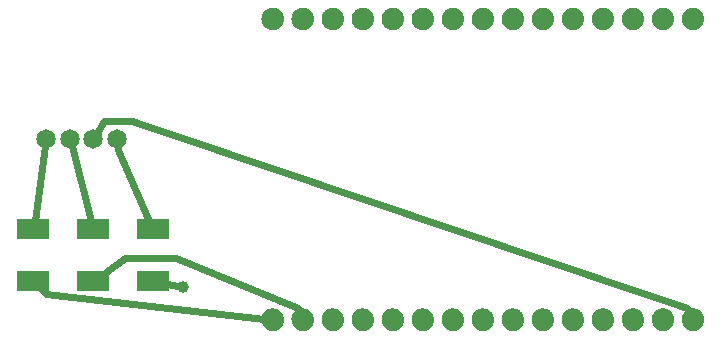
<source format=gbl>
G04 MADE WITH FRITZING*
G04 WWW.FRITZING.ORG*
G04 DOUBLE SIDED*
G04 HOLES PLATED*
G04 CONTOUR ON CENTER OF CONTOUR VECTOR*
%ASAXBY*%
%FSLAX23Y23*%
%MOIN*%
%OFA0B0*%
%SFA1.0B1.0*%
%ADD10C,0.065000*%
%ADD11C,0.074106*%
%ADD12C,0.039370*%
%ADD13R,0.106299X0.070866*%
%ADD14C,0.024000*%
%ADD15R,0.001000X0.001000*%
%LNCOPPER0*%
G90*
G70*
G54D10*
X488Y775D03*
X409Y775D03*
X331Y775D03*
X252Y775D03*
X488Y775D03*
X409Y775D03*
X331Y775D03*
X252Y775D03*
G54D11*
X2409Y173D03*
X2309Y173D03*
X2209Y173D03*
X2109Y173D03*
X2009Y173D03*
X1909Y173D03*
X1809Y173D03*
X1708Y173D03*
X1608Y173D03*
X1508Y173D03*
X1408Y173D03*
X1308Y173D03*
X1208Y173D03*
X1108Y173D03*
X1007Y173D03*
X2409Y1175D03*
X2309Y1175D03*
X2209Y1175D03*
X2109Y1175D03*
X2009Y1175D03*
X1909Y1175D03*
X1809Y1175D03*
X1708Y1175D03*
X1608Y1175D03*
X1508Y1175D03*
X1408Y1175D03*
X1308Y1175D03*
X1208Y1175D03*
X1108Y1175D03*
X1007Y1175D03*
X2409Y173D03*
X2309Y173D03*
X2209Y173D03*
X2109Y173D03*
X2009Y173D03*
X1909Y173D03*
X1809Y173D03*
X1708Y173D03*
X1608Y173D03*
X1508Y173D03*
X1408Y173D03*
X1308Y173D03*
X1208Y173D03*
X1108Y173D03*
X1007Y173D03*
X2409Y1175D03*
X2309Y1175D03*
X2209Y1175D03*
X2109Y1175D03*
X2009Y1175D03*
X1909Y1175D03*
X1809Y1175D03*
X1708Y1175D03*
X1608Y1175D03*
X1508Y1175D03*
X1408Y1175D03*
X1308Y1175D03*
X1208Y1175D03*
X1108Y1175D03*
X1007Y1175D03*
G54D12*
X708Y283D03*
G54D13*
X209Y301D03*
X209Y475D03*
X409Y301D03*
X409Y475D03*
X609Y301D03*
X609Y475D03*
G54D14*
X214Y504D02*
X249Y751D01*
D02*
X596Y504D02*
X492Y739D01*
X492Y739D02*
X491Y751D01*
D02*
X979Y176D02*
X252Y259D01*
X252Y259D02*
X239Y271D01*
D02*
X1097Y200D02*
X1092Y211D01*
X1092Y211D02*
X684Y379D01*
X684Y379D02*
X516Y379D01*
X516Y379D02*
X451Y331D01*
D02*
X401Y504D02*
X337Y752D01*
D02*
X689Y286D02*
X657Y292D01*
D02*
X2395Y198D02*
X2388Y211D01*
X2388Y211D02*
X540Y835D01*
X540Y835D02*
X444Y835D01*
X444Y835D02*
X421Y795D01*
G54D15*
X1001Y1212D02*
X1012Y1212D01*
X1101Y1212D02*
X1112Y1212D01*
X1201Y1212D02*
X1213Y1212D01*
X1302Y1212D02*
X1313Y1212D01*
X1402Y1212D02*
X1413Y1212D01*
X1502Y1212D02*
X1513Y1212D01*
X1602Y1212D02*
X1613Y1212D01*
X1702Y1212D02*
X1713Y1212D01*
X1802Y1212D02*
X1813Y1212D01*
X1902Y1212D02*
X1914Y1212D01*
X2002Y1212D02*
X2014Y1212D01*
X2103Y1212D02*
X2114Y1212D01*
X2203Y1212D02*
X2214Y1212D01*
X2303Y1212D02*
X2314Y1212D01*
X2403Y1212D02*
X2414Y1212D01*
X997Y1211D02*
X1017Y1211D01*
X1097Y1211D02*
X1117Y1211D01*
X1197Y1211D02*
X1217Y1211D01*
X1297Y1211D02*
X1317Y1211D01*
X1398Y1211D02*
X1417Y1211D01*
X1498Y1211D02*
X1517Y1211D01*
X1598Y1211D02*
X1617Y1211D01*
X1698Y1211D02*
X1717Y1211D01*
X1798Y1211D02*
X1818Y1211D01*
X1898Y1211D02*
X1918Y1211D01*
X1998Y1211D02*
X2018Y1211D01*
X2098Y1211D02*
X2118Y1211D01*
X2199Y1211D02*
X2218Y1211D01*
X2299Y1211D02*
X2318Y1211D01*
X2399Y1211D02*
X2418Y1211D01*
X994Y1210D02*
X1019Y1210D01*
X1094Y1210D02*
X1120Y1210D01*
X1194Y1210D02*
X1220Y1210D01*
X1295Y1210D02*
X1320Y1210D01*
X1395Y1210D02*
X1420Y1210D01*
X1495Y1210D02*
X1520Y1210D01*
X1595Y1210D02*
X1620Y1210D01*
X1695Y1210D02*
X1720Y1210D01*
X1795Y1210D02*
X1820Y1210D01*
X1895Y1210D02*
X1921Y1210D01*
X1995Y1210D02*
X2021Y1210D01*
X2096Y1210D02*
X2121Y1210D01*
X2196Y1210D02*
X2221Y1210D01*
X2296Y1210D02*
X2321Y1210D01*
X2396Y1210D02*
X2421Y1210D01*
X992Y1209D02*
X1022Y1209D01*
X1092Y1209D02*
X1122Y1209D01*
X1192Y1209D02*
X1222Y1209D01*
X1292Y1209D02*
X1322Y1209D01*
X1392Y1209D02*
X1422Y1209D01*
X1492Y1209D02*
X1522Y1209D01*
X1593Y1209D02*
X1623Y1209D01*
X1693Y1209D02*
X1723Y1209D01*
X1793Y1209D02*
X1823Y1209D01*
X1893Y1209D02*
X1923Y1209D01*
X1993Y1209D02*
X2023Y1209D01*
X2093Y1209D02*
X2123Y1209D01*
X2193Y1209D02*
X2223Y1209D01*
X2293Y1209D02*
X2323Y1209D01*
X2394Y1209D02*
X2424Y1209D01*
X990Y1208D02*
X1024Y1208D01*
X1090Y1208D02*
X1124Y1208D01*
X1190Y1208D02*
X1224Y1208D01*
X1290Y1208D02*
X1324Y1208D01*
X1390Y1208D02*
X1424Y1208D01*
X1490Y1208D02*
X1524Y1208D01*
X1590Y1208D02*
X1625Y1208D01*
X1691Y1208D02*
X1725Y1208D01*
X1791Y1208D02*
X1825Y1208D01*
X1891Y1208D02*
X1925Y1208D01*
X1991Y1208D02*
X2025Y1208D01*
X2091Y1208D02*
X2125Y1208D01*
X2191Y1208D02*
X2225Y1208D01*
X2291Y1208D02*
X2326Y1208D01*
X2392Y1208D02*
X2426Y1208D01*
X988Y1207D02*
X1026Y1207D01*
X1088Y1207D02*
X1126Y1207D01*
X1188Y1207D02*
X1226Y1207D01*
X1288Y1207D02*
X1326Y1207D01*
X1388Y1207D02*
X1426Y1207D01*
X1489Y1207D02*
X1526Y1207D01*
X1589Y1207D02*
X1626Y1207D01*
X1689Y1207D02*
X1726Y1207D01*
X1789Y1207D02*
X1827Y1207D01*
X1889Y1207D02*
X1927Y1207D01*
X1989Y1207D02*
X2027Y1207D01*
X2089Y1207D02*
X2127Y1207D01*
X2190Y1207D02*
X2227Y1207D01*
X2290Y1207D02*
X2327Y1207D01*
X2390Y1207D02*
X2427Y1207D01*
X986Y1206D02*
X1027Y1206D01*
X1086Y1206D02*
X1127Y1206D01*
X1187Y1206D02*
X1227Y1206D01*
X1287Y1206D02*
X1328Y1206D01*
X1387Y1206D02*
X1428Y1206D01*
X1487Y1206D02*
X1528Y1206D01*
X1587Y1206D02*
X1628Y1206D01*
X1687Y1206D02*
X1728Y1206D01*
X1787Y1206D02*
X1828Y1206D01*
X1887Y1206D02*
X1928Y1206D01*
X1988Y1206D02*
X2029Y1206D01*
X2088Y1206D02*
X2129Y1206D01*
X2188Y1206D02*
X2229Y1206D01*
X2288Y1206D02*
X2329Y1206D01*
X2388Y1206D02*
X2429Y1206D01*
X985Y1205D02*
X1029Y1205D01*
X1085Y1205D02*
X1129Y1205D01*
X1185Y1205D02*
X1229Y1205D01*
X1285Y1205D02*
X1329Y1205D01*
X1385Y1205D02*
X1429Y1205D01*
X1486Y1205D02*
X1529Y1205D01*
X1586Y1205D02*
X1629Y1205D01*
X1686Y1205D02*
X1730Y1205D01*
X1786Y1205D02*
X1830Y1205D01*
X1886Y1205D02*
X1930Y1205D01*
X1986Y1205D02*
X2030Y1205D01*
X2086Y1205D02*
X2130Y1205D01*
X2186Y1205D02*
X2230Y1205D01*
X2287Y1205D02*
X2330Y1205D01*
X2387Y1205D02*
X2430Y1205D01*
X984Y1204D02*
X1030Y1204D01*
X1084Y1204D02*
X1130Y1204D01*
X1184Y1204D02*
X1230Y1204D01*
X1284Y1204D02*
X1330Y1204D01*
X1384Y1204D02*
X1430Y1204D01*
X1484Y1204D02*
X1531Y1204D01*
X1584Y1204D02*
X1631Y1204D01*
X1685Y1204D02*
X1731Y1204D01*
X1785Y1204D02*
X1831Y1204D01*
X1885Y1204D02*
X1931Y1204D01*
X1985Y1204D02*
X2031Y1204D01*
X2085Y1204D02*
X2131Y1204D01*
X2185Y1204D02*
X2232Y1204D01*
X2285Y1204D02*
X2332Y1204D01*
X2385Y1204D02*
X2432Y1204D01*
X982Y1203D02*
X1031Y1203D01*
X1083Y1203D02*
X1131Y1203D01*
X1183Y1203D02*
X1231Y1203D01*
X1283Y1203D02*
X1331Y1203D01*
X1383Y1203D02*
X1432Y1203D01*
X1483Y1203D02*
X1532Y1203D01*
X1583Y1203D02*
X1632Y1203D01*
X1683Y1203D02*
X1732Y1203D01*
X1783Y1203D02*
X1832Y1203D01*
X1884Y1203D02*
X1932Y1203D01*
X1984Y1203D02*
X2032Y1203D01*
X2084Y1203D02*
X2133Y1203D01*
X2184Y1203D02*
X2233Y1203D01*
X2284Y1203D02*
X2333Y1203D01*
X2384Y1203D02*
X2433Y1203D01*
X981Y1202D02*
X1032Y1202D01*
X1081Y1202D02*
X1132Y1202D01*
X1182Y1202D02*
X1232Y1202D01*
X1282Y1202D02*
X1333Y1202D01*
X1382Y1202D02*
X1433Y1202D01*
X1482Y1202D02*
X1533Y1202D01*
X1582Y1202D02*
X1633Y1202D01*
X1682Y1202D02*
X1733Y1202D01*
X1782Y1202D02*
X1833Y1202D01*
X1883Y1202D02*
X1933Y1202D01*
X1983Y1202D02*
X2033Y1202D01*
X2083Y1202D02*
X2134Y1202D01*
X2183Y1202D02*
X2234Y1202D01*
X2283Y1202D02*
X2334Y1202D01*
X2383Y1202D02*
X2434Y1202D01*
X980Y1201D02*
X1033Y1201D01*
X1080Y1201D02*
X1133Y1201D01*
X1181Y1201D02*
X1233Y1201D01*
X1281Y1201D02*
X1334Y1201D01*
X1381Y1201D02*
X1434Y1201D01*
X1481Y1201D02*
X1534Y1201D01*
X1581Y1201D02*
X1634Y1201D01*
X1681Y1201D02*
X1734Y1201D01*
X1781Y1201D02*
X1834Y1201D01*
X1882Y1201D02*
X1934Y1201D01*
X1982Y1201D02*
X2034Y1201D01*
X2082Y1201D02*
X2135Y1201D01*
X2182Y1201D02*
X2235Y1201D01*
X2282Y1201D02*
X2335Y1201D01*
X2382Y1201D02*
X2435Y1201D01*
X979Y1200D02*
X1034Y1200D01*
X1080Y1200D02*
X1134Y1200D01*
X1180Y1200D02*
X1234Y1200D01*
X1280Y1200D02*
X1334Y1200D01*
X1380Y1200D02*
X1435Y1200D01*
X1480Y1200D02*
X1535Y1200D01*
X1580Y1200D02*
X1635Y1200D01*
X1680Y1200D02*
X1735Y1200D01*
X1781Y1200D02*
X1835Y1200D01*
X1881Y1200D02*
X1935Y1200D01*
X1981Y1200D02*
X2035Y1200D01*
X2081Y1200D02*
X2135Y1200D01*
X2181Y1200D02*
X2236Y1200D01*
X2281Y1200D02*
X2336Y1200D01*
X2381Y1200D02*
X2436Y1200D01*
X979Y1199D02*
X1035Y1199D01*
X1079Y1199D02*
X1135Y1199D01*
X1179Y1199D02*
X1235Y1199D01*
X1279Y1199D02*
X1335Y1199D01*
X1379Y1199D02*
X1435Y1199D01*
X1479Y1199D02*
X1536Y1199D01*
X1579Y1199D02*
X1636Y1199D01*
X1680Y1199D02*
X1736Y1199D01*
X1780Y1199D02*
X1836Y1199D01*
X1880Y1199D02*
X1936Y1199D01*
X1980Y1199D02*
X2036Y1199D01*
X2080Y1199D02*
X2136Y1199D01*
X2180Y1199D02*
X2236Y1199D01*
X2280Y1199D02*
X2337Y1199D01*
X2380Y1199D02*
X2437Y1199D01*
X978Y1198D02*
X1036Y1198D01*
X1078Y1198D02*
X1136Y1198D01*
X1178Y1198D02*
X1236Y1198D01*
X1278Y1198D02*
X1336Y1198D01*
X1378Y1198D02*
X1436Y1198D01*
X1479Y1198D02*
X1536Y1198D01*
X1579Y1198D02*
X1636Y1198D01*
X1679Y1198D02*
X1737Y1198D01*
X1779Y1198D02*
X1837Y1198D01*
X1879Y1198D02*
X1937Y1198D01*
X1979Y1198D02*
X2037Y1198D01*
X2079Y1198D02*
X2137Y1198D01*
X2179Y1198D02*
X2237Y1198D01*
X2280Y1198D02*
X2337Y1198D01*
X2380Y1198D02*
X2437Y1198D01*
X977Y1197D02*
X1036Y1197D01*
X1077Y1197D02*
X1136Y1197D01*
X1177Y1197D02*
X1237Y1197D01*
X1278Y1197D02*
X1337Y1197D01*
X1378Y1197D02*
X1437Y1197D01*
X1478Y1197D02*
X1537Y1197D01*
X1578Y1197D02*
X1637Y1197D01*
X1678Y1197D02*
X1737Y1197D01*
X1778Y1197D02*
X1837Y1197D01*
X1878Y1197D02*
X1938Y1197D01*
X1978Y1197D02*
X2038Y1197D01*
X2079Y1197D02*
X2138Y1197D01*
X2179Y1197D02*
X2238Y1197D01*
X2279Y1197D02*
X2338Y1197D01*
X2379Y1197D02*
X2438Y1197D01*
X977Y1196D02*
X1037Y1196D01*
X1077Y1196D02*
X1137Y1196D01*
X1177Y1196D02*
X1237Y1196D01*
X1277Y1196D02*
X1337Y1196D01*
X1377Y1196D02*
X1438Y1196D01*
X1477Y1196D02*
X1538Y1196D01*
X1577Y1196D02*
X1638Y1196D01*
X1677Y1196D02*
X1738Y1196D01*
X1778Y1196D02*
X1838Y1196D01*
X1878Y1196D02*
X1938Y1196D01*
X1978Y1196D02*
X2038Y1196D01*
X2078Y1196D02*
X2138Y1196D01*
X2178Y1196D02*
X2239Y1196D01*
X2278Y1196D02*
X2339Y1196D01*
X2378Y1196D02*
X2439Y1196D01*
X976Y1195D02*
X1038Y1195D01*
X1076Y1195D02*
X1138Y1195D01*
X1176Y1195D02*
X1238Y1195D01*
X1276Y1195D02*
X1338Y1195D01*
X1376Y1195D02*
X1438Y1195D01*
X1477Y1195D02*
X1538Y1195D01*
X1577Y1195D02*
X1638Y1195D01*
X1677Y1195D02*
X1739Y1195D01*
X1777Y1195D02*
X1839Y1195D01*
X1877Y1195D02*
X1939Y1195D01*
X1977Y1195D02*
X2039Y1195D01*
X2077Y1195D02*
X2139Y1195D01*
X2177Y1195D02*
X2239Y1195D01*
X2278Y1195D02*
X2339Y1195D01*
X2378Y1195D02*
X2439Y1195D01*
X975Y1194D02*
X1038Y1194D01*
X1075Y1194D02*
X1138Y1194D01*
X1176Y1194D02*
X1238Y1194D01*
X1276Y1194D02*
X1339Y1194D01*
X1376Y1194D02*
X1439Y1194D01*
X1476Y1194D02*
X1539Y1194D01*
X1576Y1194D02*
X1639Y1194D01*
X1676Y1194D02*
X1739Y1194D01*
X1776Y1194D02*
X1839Y1194D01*
X1876Y1194D02*
X1939Y1194D01*
X1977Y1194D02*
X2040Y1194D01*
X2077Y1194D02*
X2140Y1194D01*
X2177Y1194D02*
X2240Y1194D01*
X2277Y1194D02*
X2340Y1194D01*
X2377Y1194D02*
X2440Y1194D01*
X975Y1193D02*
X1005Y1193D01*
X1009Y1193D02*
X1039Y1193D01*
X1075Y1193D02*
X1105Y1193D01*
X1109Y1193D02*
X1139Y1193D01*
X1175Y1193D02*
X1205Y1193D01*
X1209Y1193D02*
X1239Y1193D01*
X1275Y1193D02*
X1305Y1193D01*
X1309Y1193D02*
X1339Y1193D01*
X1375Y1193D02*
X1406Y1193D01*
X1409Y1193D02*
X1439Y1193D01*
X1475Y1193D02*
X1506Y1193D01*
X1509Y1193D02*
X1539Y1193D01*
X1576Y1193D02*
X1606Y1193D01*
X1609Y1193D02*
X1640Y1193D01*
X1676Y1193D02*
X1706Y1193D01*
X1709Y1193D02*
X1740Y1193D01*
X1776Y1193D02*
X1806Y1193D01*
X1810Y1193D02*
X1840Y1193D01*
X1876Y1193D02*
X1906Y1193D01*
X1910Y1193D02*
X1940Y1193D01*
X1976Y1193D02*
X2006Y1193D01*
X2010Y1193D02*
X2040Y1193D01*
X2076Y1193D02*
X2106Y1193D01*
X2110Y1193D02*
X2140Y1193D01*
X2176Y1193D02*
X2207Y1193D01*
X2210Y1193D02*
X2240Y1193D01*
X2276Y1193D02*
X2307Y1193D01*
X2310Y1193D02*
X2340Y1193D01*
X2377Y1193D02*
X2407Y1193D01*
X2410Y1193D02*
X2441Y1193D01*
X974Y1192D02*
X1000Y1192D01*
X1014Y1192D02*
X1039Y1192D01*
X1074Y1192D02*
X1100Y1192D01*
X1114Y1192D02*
X1139Y1192D01*
X1175Y1192D02*
X1200Y1192D01*
X1214Y1192D02*
X1240Y1192D01*
X1275Y1192D02*
X1300Y1192D01*
X1314Y1192D02*
X1340Y1192D01*
X1375Y1192D02*
X1400Y1192D01*
X1414Y1192D02*
X1440Y1192D01*
X1475Y1192D02*
X1500Y1192D01*
X1514Y1192D02*
X1540Y1192D01*
X1575Y1192D02*
X1601Y1192D01*
X1615Y1192D02*
X1640Y1192D01*
X1675Y1192D02*
X1701Y1192D01*
X1715Y1192D02*
X1740Y1192D01*
X1775Y1192D02*
X1801Y1192D01*
X1815Y1192D02*
X1840Y1192D01*
X1875Y1192D02*
X1901Y1192D01*
X1915Y1192D02*
X1940Y1192D01*
X1976Y1192D02*
X2001Y1192D01*
X2015Y1192D02*
X2041Y1192D01*
X2076Y1192D02*
X2101Y1192D01*
X2115Y1192D02*
X2141Y1192D01*
X2176Y1192D02*
X2201Y1192D01*
X2215Y1192D02*
X2241Y1192D01*
X2276Y1192D02*
X2301Y1192D01*
X2315Y1192D02*
X2341Y1192D01*
X2376Y1192D02*
X2402Y1192D01*
X2416Y1192D02*
X2441Y1192D01*
X974Y1191D02*
X998Y1191D01*
X1016Y1191D02*
X1040Y1191D01*
X1074Y1191D02*
X1098Y1191D01*
X1116Y1191D02*
X1140Y1191D01*
X1174Y1191D02*
X1198Y1191D01*
X1216Y1191D02*
X1240Y1191D01*
X1274Y1191D02*
X1298Y1191D01*
X1316Y1191D02*
X1340Y1191D01*
X1374Y1191D02*
X1398Y1191D01*
X1416Y1191D02*
X1440Y1191D01*
X1474Y1191D02*
X1498Y1191D01*
X1516Y1191D02*
X1540Y1191D01*
X1575Y1191D02*
X1599Y1191D01*
X1617Y1191D02*
X1641Y1191D01*
X1675Y1191D02*
X1699Y1191D01*
X1717Y1191D02*
X1741Y1191D01*
X1775Y1191D02*
X1799Y1191D01*
X1817Y1191D02*
X1841Y1191D01*
X1875Y1191D02*
X1899Y1191D01*
X1917Y1191D02*
X1941Y1191D01*
X1975Y1191D02*
X1999Y1191D01*
X2017Y1191D02*
X2041Y1191D01*
X2075Y1191D02*
X2099Y1191D01*
X2117Y1191D02*
X2141Y1191D01*
X2175Y1191D02*
X2199Y1191D01*
X2217Y1191D02*
X2241Y1191D01*
X2276Y1191D02*
X2299Y1191D01*
X2317Y1191D02*
X2341Y1191D01*
X2376Y1191D02*
X2400Y1191D01*
X2418Y1191D02*
X2442Y1191D01*
X973Y1190D02*
X996Y1190D01*
X1017Y1190D02*
X1040Y1190D01*
X1073Y1190D02*
X1096Y1190D01*
X1117Y1190D02*
X1140Y1190D01*
X1174Y1190D02*
X1196Y1190D01*
X1218Y1190D02*
X1240Y1190D01*
X1274Y1190D02*
X1297Y1190D01*
X1318Y1190D02*
X1341Y1190D01*
X1374Y1190D02*
X1397Y1190D01*
X1418Y1190D02*
X1441Y1190D01*
X1474Y1190D02*
X1497Y1190D01*
X1518Y1190D02*
X1541Y1190D01*
X1574Y1190D02*
X1597Y1190D01*
X1618Y1190D02*
X1641Y1190D01*
X1674Y1190D02*
X1697Y1190D01*
X1718Y1190D02*
X1741Y1190D01*
X1774Y1190D02*
X1797Y1190D01*
X1818Y1190D02*
X1841Y1190D01*
X1875Y1190D02*
X1897Y1190D01*
X1918Y1190D02*
X1941Y1190D01*
X1975Y1190D02*
X1998Y1190D01*
X2019Y1190D02*
X2041Y1190D01*
X2075Y1190D02*
X2098Y1190D01*
X2119Y1190D02*
X2142Y1190D01*
X2175Y1190D02*
X2198Y1190D01*
X2219Y1190D02*
X2242Y1190D01*
X2275Y1190D02*
X2298Y1190D01*
X2319Y1190D02*
X2342Y1190D01*
X2375Y1190D02*
X2398Y1190D01*
X2419Y1190D02*
X2442Y1190D01*
X973Y1189D02*
X995Y1189D01*
X1018Y1189D02*
X1041Y1189D01*
X1073Y1189D02*
X1095Y1189D01*
X1119Y1189D02*
X1141Y1189D01*
X1173Y1189D02*
X1195Y1189D01*
X1219Y1189D02*
X1241Y1189D01*
X1273Y1189D02*
X1295Y1189D01*
X1319Y1189D02*
X1341Y1189D01*
X1373Y1189D02*
X1396Y1189D01*
X1419Y1189D02*
X1441Y1189D01*
X1474Y1189D02*
X1496Y1189D01*
X1519Y1189D02*
X1541Y1189D01*
X1574Y1189D02*
X1596Y1189D01*
X1619Y1189D02*
X1641Y1189D01*
X1674Y1189D02*
X1696Y1189D01*
X1719Y1189D02*
X1741Y1189D01*
X1774Y1189D02*
X1796Y1189D01*
X1820Y1189D02*
X1842Y1189D01*
X1874Y1189D02*
X1896Y1189D01*
X1920Y1189D02*
X1942Y1189D01*
X1974Y1189D02*
X1996Y1189D01*
X2020Y1189D02*
X2042Y1189D01*
X2074Y1189D02*
X2097Y1189D01*
X2120Y1189D02*
X2142Y1189D01*
X2175Y1189D02*
X2197Y1189D01*
X2220Y1189D02*
X2242Y1189D01*
X2275Y1189D02*
X2297Y1189D01*
X2320Y1189D02*
X2342Y1189D01*
X2375Y1189D02*
X2397Y1189D01*
X2420Y1189D02*
X2442Y1189D01*
X973Y1188D02*
X994Y1188D01*
X1020Y1188D02*
X1041Y1188D01*
X1073Y1188D02*
X1094Y1188D01*
X1120Y1188D02*
X1141Y1188D01*
X1173Y1188D02*
X1194Y1188D01*
X1220Y1188D02*
X1241Y1188D01*
X1273Y1188D02*
X1294Y1188D01*
X1320Y1188D02*
X1341Y1188D01*
X1373Y1188D02*
X1394Y1188D01*
X1420Y1188D02*
X1441Y1188D01*
X1473Y1188D02*
X1495Y1188D01*
X1520Y1188D02*
X1542Y1188D01*
X1573Y1188D02*
X1595Y1188D01*
X1620Y1188D02*
X1642Y1188D01*
X1673Y1188D02*
X1695Y1188D01*
X1721Y1188D02*
X1742Y1188D01*
X1774Y1188D02*
X1795Y1188D01*
X1821Y1188D02*
X1842Y1188D01*
X1874Y1188D02*
X1895Y1188D01*
X1921Y1188D02*
X1942Y1188D01*
X1974Y1188D02*
X1995Y1188D01*
X2021Y1188D02*
X2042Y1188D01*
X2074Y1188D02*
X2095Y1188D01*
X2121Y1188D02*
X2142Y1188D01*
X2174Y1188D02*
X2196Y1188D01*
X2221Y1188D02*
X2243Y1188D01*
X2274Y1188D02*
X2296Y1188D01*
X2321Y1188D02*
X2343Y1188D01*
X2374Y1188D02*
X2396Y1188D01*
X2421Y1188D02*
X2443Y1188D01*
X972Y1187D02*
X993Y1187D01*
X1020Y1187D02*
X1041Y1187D01*
X1072Y1187D02*
X1093Y1187D01*
X1121Y1187D02*
X1141Y1187D01*
X1172Y1187D02*
X1193Y1187D01*
X1221Y1187D02*
X1242Y1187D01*
X1273Y1187D02*
X1293Y1187D01*
X1321Y1187D02*
X1342Y1187D01*
X1373Y1187D02*
X1394Y1187D01*
X1421Y1187D02*
X1442Y1187D01*
X1473Y1187D02*
X1494Y1187D01*
X1521Y1187D02*
X1542Y1187D01*
X1573Y1187D02*
X1594Y1187D01*
X1621Y1187D02*
X1642Y1187D01*
X1673Y1187D02*
X1694Y1187D01*
X1721Y1187D02*
X1742Y1187D01*
X1773Y1187D02*
X1794Y1187D01*
X1822Y1187D02*
X1842Y1187D01*
X1873Y1187D02*
X1894Y1187D01*
X1922Y1187D02*
X1942Y1187D01*
X1974Y1187D02*
X1994Y1187D01*
X2022Y1187D02*
X2043Y1187D01*
X2074Y1187D02*
X2094Y1187D01*
X2122Y1187D02*
X2143Y1187D01*
X2174Y1187D02*
X2195Y1187D01*
X2222Y1187D02*
X2243Y1187D01*
X2274Y1187D02*
X2295Y1187D01*
X2322Y1187D02*
X2343Y1187D01*
X2374Y1187D02*
X2395Y1187D01*
X2422Y1187D02*
X2443Y1187D01*
X972Y1186D02*
X992Y1186D01*
X1021Y1186D02*
X1042Y1186D01*
X1072Y1186D02*
X1092Y1186D01*
X1121Y1186D02*
X1142Y1186D01*
X1172Y1186D02*
X1192Y1186D01*
X1222Y1186D02*
X1242Y1186D01*
X1272Y1186D02*
X1293Y1186D01*
X1322Y1186D02*
X1342Y1186D01*
X1372Y1186D02*
X1393Y1186D01*
X1422Y1186D02*
X1442Y1186D01*
X1473Y1186D02*
X1493Y1186D01*
X1522Y1186D02*
X1542Y1186D01*
X1573Y1186D02*
X1593Y1186D01*
X1622Y1186D02*
X1642Y1186D01*
X1673Y1186D02*
X1693Y1186D01*
X1722Y1186D02*
X1743Y1186D01*
X1773Y1186D02*
X1793Y1186D01*
X1822Y1186D02*
X1843Y1186D01*
X1873Y1186D02*
X1893Y1186D01*
X1923Y1186D02*
X1943Y1186D01*
X1973Y1186D02*
X1993Y1186D01*
X2023Y1186D02*
X2043Y1186D01*
X2073Y1186D02*
X2094Y1186D01*
X2123Y1186D02*
X2143Y1186D01*
X2173Y1186D02*
X2194Y1186D01*
X2223Y1186D02*
X2243Y1186D01*
X2274Y1186D02*
X2294Y1186D01*
X2323Y1186D02*
X2343Y1186D01*
X2374Y1186D02*
X2394Y1186D01*
X2423Y1186D02*
X2443Y1186D01*
X972Y1185D02*
X991Y1185D01*
X1022Y1185D02*
X1042Y1185D01*
X1072Y1185D02*
X1092Y1185D01*
X1122Y1185D02*
X1142Y1185D01*
X1172Y1185D02*
X1192Y1185D01*
X1222Y1185D02*
X1242Y1185D01*
X1272Y1185D02*
X1292Y1185D01*
X1323Y1185D02*
X1342Y1185D01*
X1372Y1185D02*
X1392Y1185D01*
X1423Y1185D02*
X1442Y1185D01*
X1472Y1185D02*
X1492Y1185D01*
X1523Y1185D02*
X1543Y1185D01*
X1572Y1185D02*
X1592Y1185D01*
X1623Y1185D02*
X1643Y1185D01*
X1673Y1185D02*
X1692Y1185D01*
X1723Y1185D02*
X1743Y1185D01*
X1773Y1185D02*
X1792Y1185D01*
X1823Y1185D02*
X1843Y1185D01*
X1873Y1185D02*
X1893Y1185D01*
X1923Y1185D02*
X1943Y1185D01*
X1973Y1185D02*
X1993Y1185D01*
X2023Y1185D02*
X2043Y1185D01*
X2073Y1185D02*
X2093Y1185D01*
X2124Y1185D02*
X2143Y1185D01*
X2173Y1185D02*
X2193Y1185D01*
X2224Y1185D02*
X2243Y1185D01*
X2273Y1185D02*
X2293Y1185D01*
X2324Y1185D02*
X2344Y1185D01*
X2373Y1185D02*
X2393Y1185D01*
X2424Y1185D02*
X2444Y1185D01*
X971Y1184D02*
X991Y1184D01*
X1023Y1184D02*
X1042Y1184D01*
X1071Y1184D02*
X1091Y1184D01*
X1123Y1184D02*
X1142Y1184D01*
X1172Y1184D02*
X1191Y1184D01*
X1223Y1184D02*
X1242Y1184D01*
X1272Y1184D02*
X1291Y1184D01*
X1323Y1184D02*
X1343Y1184D01*
X1372Y1184D02*
X1391Y1184D01*
X1423Y1184D02*
X1443Y1184D01*
X1472Y1184D02*
X1491Y1184D01*
X1523Y1184D02*
X1543Y1184D01*
X1572Y1184D02*
X1592Y1184D01*
X1623Y1184D02*
X1643Y1184D01*
X1672Y1184D02*
X1692Y1184D01*
X1724Y1184D02*
X1743Y1184D01*
X1772Y1184D02*
X1792Y1184D01*
X1824Y1184D02*
X1843Y1184D01*
X1873Y1184D02*
X1892Y1184D01*
X1924Y1184D02*
X1943Y1184D01*
X1973Y1184D02*
X1992Y1184D01*
X2024Y1184D02*
X2043Y1184D01*
X2073Y1184D02*
X2092Y1184D01*
X2124Y1184D02*
X2144Y1184D01*
X2173Y1184D02*
X2192Y1184D01*
X2224Y1184D02*
X2244Y1184D01*
X2273Y1184D02*
X2293Y1184D01*
X2324Y1184D02*
X2344Y1184D01*
X2373Y1184D02*
X2393Y1184D01*
X2425Y1184D02*
X2444Y1184D01*
X971Y1183D02*
X990Y1183D01*
X1023Y1183D02*
X1042Y1183D01*
X1071Y1183D02*
X1090Y1183D01*
X1123Y1183D02*
X1143Y1183D01*
X1171Y1183D02*
X1191Y1183D01*
X1224Y1183D02*
X1243Y1183D01*
X1271Y1183D02*
X1291Y1183D01*
X1324Y1183D02*
X1343Y1183D01*
X1372Y1183D02*
X1391Y1183D01*
X1424Y1183D02*
X1443Y1183D01*
X1472Y1183D02*
X1491Y1183D01*
X1524Y1183D02*
X1543Y1183D01*
X1572Y1183D02*
X1591Y1183D01*
X1624Y1183D02*
X1643Y1183D01*
X1672Y1183D02*
X1691Y1183D01*
X1724Y1183D02*
X1743Y1183D01*
X1772Y1183D02*
X1791Y1183D01*
X1824Y1183D02*
X1843Y1183D01*
X1872Y1183D02*
X1891Y1183D01*
X1924Y1183D02*
X1944Y1183D01*
X1972Y1183D02*
X1992Y1183D01*
X2025Y1183D02*
X2044Y1183D01*
X2073Y1183D02*
X2092Y1183D01*
X2125Y1183D02*
X2144Y1183D01*
X2173Y1183D02*
X2192Y1183D01*
X2225Y1183D02*
X2244Y1183D01*
X2273Y1183D02*
X2292Y1183D01*
X2325Y1183D02*
X2344Y1183D01*
X2373Y1183D02*
X2392Y1183D01*
X2425Y1183D02*
X2444Y1183D01*
X971Y1182D02*
X990Y1182D01*
X1024Y1182D02*
X1043Y1182D01*
X1071Y1182D02*
X1090Y1182D01*
X1124Y1182D02*
X1143Y1182D01*
X1171Y1182D02*
X1190Y1182D01*
X1224Y1182D02*
X1243Y1182D01*
X1271Y1182D02*
X1290Y1182D01*
X1324Y1182D02*
X1343Y1182D01*
X1371Y1182D02*
X1390Y1182D01*
X1424Y1182D02*
X1443Y1182D01*
X1472Y1182D02*
X1490Y1182D01*
X1524Y1182D02*
X1543Y1182D01*
X1572Y1182D02*
X1591Y1182D01*
X1625Y1182D02*
X1643Y1182D01*
X1672Y1182D02*
X1691Y1182D01*
X1725Y1182D02*
X1744Y1182D01*
X1772Y1182D02*
X1791Y1182D01*
X1825Y1182D02*
X1844Y1182D01*
X1872Y1182D02*
X1891Y1182D01*
X1925Y1182D02*
X1944Y1182D01*
X1972Y1182D02*
X1991Y1182D01*
X2025Y1182D02*
X2044Y1182D01*
X2072Y1182D02*
X2091Y1182D01*
X2125Y1182D02*
X2144Y1182D01*
X2172Y1182D02*
X2191Y1182D01*
X2225Y1182D02*
X2244Y1182D01*
X2273Y1182D02*
X2291Y1182D01*
X2325Y1182D02*
X2344Y1182D01*
X2373Y1182D02*
X2392Y1182D01*
X2426Y1182D02*
X2444Y1182D01*
X971Y1181D02*
X990Y1181D01*
X1024Y1181D02*
X1043Y1181D01*
X1071Y1181D02*
X1090Y1181D01*
X1124Y1181D02*
X1143Y1181D01*
X1171Y1181D02*
X1190Y1181D01*
X1224Y1181D02*
X1243Y1181D01*
X1271Y1181D02*
X1290Y1181D01*
X1324Y1181D02*
X1343Y1181D01*
X1371Y1181D02*
X1390Y1181D01*
X1425Y1181D02*
X1443Y1181D01*
X1471Y1181D02*
X1490Y1181D01*
X1525Y1181D02*
X1543Y1181D01*
X1571Y1181D02*
X1590Y1181D01*
X1625Y1181D02*
X1644Y1181D01*
X1672Y1181D02*
X1690Y1181D01*
X1725Y1181D02*
X1744Y1181D01*
X1772Y1181D02*
X1791Y1181D01*
X1825Y1181D02*
X1844Y1181D01*
X1872Y1181D02*
X1891Y1181D01*
X1925Y1181D02*
X1944Y1181D01*
X1972Y1181D02*
X1991Y1181D01*
X2025Y1181D02*
X2044Y1181D01*
X2072Y1181D02*
X2091Y1181D01*
X2125Y1181D02*
X2144Y1181D01*
X2172Y1181D02*
X2191Y1181D01*
X2226Y1181D02*
X2244Y1181D01*
X2272Y1181D02*
X2291Y1181D01*
X2326Y1181D02*
X2344Y1181D01*
X2373Y1181D02*
X2391Y1181D01*
X2426Y1181D02*
X2445Y1181D01*
X971Y1180D02*
X989Y1180D01*
X1024Y1180D02*
X1043Y1180D01*
X1071Y1180D02*
X1089Y1180D01*
X1124Y1180D02*
X1143Y1180D01*
X1171Y1180D02*
X1189Y1180D01*
X1225Y1180D02*
X1243Y1180D01*
X1271Y1180D02*
X1290Y1180D01*
X1325Y1180D02*
X1343Y1180D01*
X1371Y1180D02*
X1390Y1180D01*
X1425Y1180D02*
X1443Y1180D01*
X1471Y1180D02*
X1490Y1180D01*
X1525Y1180D02*
X1544Y1180D01*
X1571Y1180D02*
X1590Y1180D01*
X1625Y1180D02*
X1644Y1180D01*
X1671Y1180D02*
X1690Y1180D01*
X1725Y1180D02*
X1744Y1180D01*
X1772Y1180D02*
X1790Y1180D01*
X1825Y1180D02*
X1844Y1180D01*
X1872Y1180D02*
X1890Y1180D01*
X1925Y1180D02*
X1944Y1180D01*
X1972Y1180D02*
X1991Y1180D01*
X2026Y1180D02*
X2044Y1180D01*
X2072Y1180D02*
X2091Y1180D01*
X2126Y1180D02*
X2144Y1180D01*
X2172Y1180D02*
X2191Y1180D01*
X2226Y1180D02*
X2245Y1180D01*
X2272Y1180D02*
X2291Y1180D01*
X2326Y1180D02*
X2345Y1180D01*
X2372Y1180D02*
X2391Y1180D01*
X2426Y1180D02*
X2445Y1180D01*
X970Y1179D02*
X989Y1179D01*
X1025Y1179D02*
X1043Y1179D01*
X1071Y1179D02*
X1089Y1179D01*
X1125Y1179D02*
X1143Y1179D01*
X1171Y1179D02*
X1189Y1179D01*
X1225Y1179D02*
X1243Y1179D01*
X1271Y1179D02*
X1289Y1179D01*
X1325Y1179D02*
X1343Y1179D01*
X1371Y1179D02*
X1390Y1179D01*
X1425Y1179D02*
X1444Y1179D01*
X1471Y1179D02*
X1490Y1179D01*
X1525Y1179D02*
X1544Y1179D01*
X1571Y1179D02*
X1590Y1179D01*
X1625Y1179D02*
X1644Y1179D01*
X1671Y1179D02*
X1690Y1179D01*
X1725Y1179D02*
X1744Y1179D01*
X1771Y1179D02*
X1790Y1179D01*
X1826Y1179D02*
X1844Y1179D01*
X1872Y1179D02*
X1890Y1179D01*
X1926Y1179D02*
X1944Y1179D01*
X1972Y1179D02*
X1990Y1179D01*
X2026Y1179D02*
X2044Y1179D01*
X2072Y1179D02*
X2090Y1179D01*
X2126Y1179D02*
X2145Y1179D01*
X2172Y1179D02*
X2191Y1179D01*
X2226Y1179D02*
X2245Y1179D01*
X2272Y1179D02*
X2291Y1179D01*
X2326Y1179D02*
X2345Y1179D01*
X2372Y1179D02*
X2391Y1179D01*
X2426Y1179D02*
X2445Y1179D01*
X970Y1178D02*
X989Y1178D01*
X1025Y1178D02*
X1043Y1178D01*
X1070Y1178D02*
X1089Y1178D01*
X1125Y1178D02*
X1143Y1178D01*
X1171Y1178D02*
X1189Y1178D01*
X1225Y1178D02*
X1243Y1178D01*
X1271Y1178D02*
X1289Y1178D01*
X1325Y1178D02*
X1344Y1178D01*
X1371Y1178D02*
X1389Y1178D01*
X1425Y1178D02*
X1444Y1178D01*
X1471Y1178D02*
X1490Y1178D01*
X1525Y1178D02*
X1544Y1178D01*
X1571Y1178D02*
X1590Y1178D01*
X1625Y1178D02*
X1644Y1178D01*
X1671Y1178D02*
X1690Y1178D01*
X1726Y1178D02*
X1744Y1178D01*
X1771Y1178D02*
X1790Y1178D01*
X1826Y1178D02*
X1844Y1178D01*
X1872Y1178D02*
X1890Y1178D01*
X1926Y1178D02*
X1944Y1178D01*
X1972Y1178D02*
X1990Y1178D01*
X2026Y1178D02*
X2044Y1178D01*
X2072Y1178D02*
X2090Y1178D01*
X2126Y1178D02*
X2145Y1178D01*
X2172Y1178D02*
X2190Y1178D01*
X2226Y1178D02*
X2245Y1178D01*
X2272Y1178D02*
X2291Y1178D01*
X2326Y1178D02*
X2345Y1178D01*
X2372Y1178D02*
X2391Y1178D01*
X2426Y1178D02*
X2445Y1178D01*
X970Y1177D02*
X989Y1177D01*
X1025Y1177D02*
X1043Y1177D01*
X1070Y1177D02*
X1089Y1177D01*
X1125Y1177D02*
X1143Y1177D01*
X1171Y1177D02*
X1189Y1177D01*
X1225Y1177D02*
X1243Y1177D01*
X1271Y1177D02*
X1289Y1177D01*
X1325Y1177D02*
X1344Y1177D01*
X1371Y1177D02*
X1389Y1177D01*
X1425Y1177D02*
X1444Y1177D01*
X1471Y1177D02*
X1490Y1177D01*
X1525Y1177D02*
X1544Y1177D01*
X1571Y1177D02*
X1590Y1177D01*
X1625Y1177D02*
X1644Y1177D01*
X1671Y1177D02*
X1690Y1177D01*
X1726Y1177D02*
X1744Y1177D01*
X1771Y1177D02*
X1790Y1177D01*
X1826Y1177D02*
X1844Y1177D01*
X1871Y1177D02*
X1890Y1177D01*
X1926Y1177D02*
X1944Y1177D01*
X1972Y1177D02*
X1990Y1177D01*
X2026Y1177D02*
X2045Y1177D01*
X2072Y1177D02*
X2090Y1177D01*
X2126Y1177D02*
X2145Y1177D01*
X2172Y1177D02*
X2190Y1177D01*
X2226Y1177D02*
X2245Y1177D01*
X2272Y1177D02*
X2291Y1177D01*
X2326Y1177D02*
X2345Y1177D01*
X2372Y1177D02*
X2391Y1177D01*
X2426Y1177D02*
X2445Y1177D01*
X970Y1176D02*
X989Y1176D01*
X1025Y1176D02*
X1043Y1176D01*
X1070Y1176D02*
X1089Y1176D01*
X1125Y1176D02*
X1143Y1176D01*
X1171Y1176D02*
X1189Y1176D01*
X1225Y1176D02*
X1244Y1176D01*
X1271Y1176D02*
X1289Y1176D01*
X1325Y1176D02*
X1344Y1176D01*
X1371Y1176D02*
X1389Y1176D01*
X1425Y1176D02*
X1444Y1176D01*
X1471Y1176D02*
X1489Y1176D01*
X1525Y1176D02*
X1544Y1176D01*
X1571Y1176D02*
X1590Y1176D01*
X1626Y1176D02*
X1644Y1176D01*
X1671Y1176D02*
X1690Y1176D01*
X1726Y1176D02*
X1744Y1176D01*
X1771Y1176D02*
X1790Y1176D01*
X1826Y1176D02*
X1844Y1176D01*
X1871Y1176D02*
X1890Y1176D01*
X1926Y1176D02*
X1944Y1176D01*
X1972Y1176D02*
X1990Y1176D01*
X2026Y1176D02*
X2045Y1176D01*
X2072Y1176D02*
X2090Y1176D01*
X2126Y1176D02*
X2145Y1176D01*
X2172Y1176D02*
X2190Y1176D01*
X2226Y1176D02*
X2245Y1176D01*
X2272Y1176D02*
X2290Y1176D01*
X2326Y1176D02*
X2345Y1176D01*
X2372Y1176D02*
X2391Y1176D01*
X2427Y1176D02*
X2445Y1176D01*
X970Y1175D02*
X989Y1175D01*
X1025Y1175D02*
X1043Y1175D01*
X1070Y1175D02*
X1089Y1175D01*
X1125Y1175D02*
X1143Y1175D01*
X1171Y1175D02*
X1189Y1175D01*
X1225Y1175D02*
X1244Y1175D01*
X1271Y1175D02*
X1289Y1175D01*
X1325Y1175D02*
X1344Y1175D01*
X1371Y1175D02*
X1389Y1175D01*
X1425Y1175D02*
X1444Y1175D01*
X1471Y1175D02*
X1489Y1175D01*
X1525Y1175D02*
X1544Y1175D01*
X1571Y1175D02*
X1590Y1175D01*
X1626Y1175D02*
X1644Y1175D01*
X1671Y1175D02*
X1690Y1175D01*
X1726Y1175D02*
X1744Y1175D01*
X1771Y1175D02*
X1790Y1175D01*
X1826Y1175D02*
X1844Y1175D01*
X1871Y1175D02*
X1890Y1175D01*
X1926Y1175D02*
X1944Y1175D01*
X1972Y1175D02*
X1990Y1175D01*
X2026Y1175D02*
X2045Y1175D01*
X2072Y1175D02*
X2090Y1175D01*
X2126Y1175D02*
X2145Y1175D01*
X2172Y1175D02*
X2190Y1175D01*
X2226Y1175D02*
X2245Y1175D01*
X2272Y1175D02*
X2290Y1175D01*
X2326Y1175D02*
X2345Y1175D01*
X2372Y1175D02*
X2391Y1175D01*
X2427Y1175D02*
X2445Y1175D01*
X970Y1174D02*
X989Y1174D01*
X1025Y1174D02*
X1043Y1174D01*
X1070Y1174D02*
X1089Y1174D01*
X1125Y1174D02*
X1143Y1174D01*
X1171Y1174D02*
X1189Y1174D01*
X1225Y1174D02*
X1243Y1174D01*
X1271Y1174D02*
X1289Y1174D01*
X1325Y1174D02*
X1344Y1174D01*
X1371Y1174D02*
X1389Y1174D01*
X1425Y1174D02*
X1444Y1174D01*
X1471Y1174D02*
X1490Y1174D01*
X1525Y1174D02*
X1544Y1174D01*
X1571Y1174D02*
X1590Y1174D01*
X1625Y1174D02*
X1644Y1174D01*
X1671Y1174D02*
X1690Y1174D01*
X1726Y1174D02*
X1744Y1174D01*
X1771Y1174D02*
X1790Y1174D01*
X1826Y1174D02*
X1844Y1174D01*
X1871Y1174D02*
X1890Y1174D01*
X1926Y1174D02*
X1944Y1174D01*
X1972Y1174D02*
X1990Y1174D01*
X2026Y1174D02*
X2045Y1174D01*
X2072Y1174D02*
X2090Y1174D01*
X2126Y1174D02*
X2145Y1174D01*
X2172Y1174D02*
X2190Y1174D01*
X2226Y1174D02*
X2245Y1174D01*
X2272Y1174D02*
X2291Y1174D01*
X2326Y1174D02*
X2345Y1174D01*
X2372Y1174D02*
X2391Y1174D01*
X2426Y1174D02*
X2445Y1174D01*
X970Y1173D02*
X989Y1173D01*
X1025Y1173D02*
X1043Y1173D01*
X1070Y1173D02*
X1089Y1173D01*
X1125Y1173D02*
X1143Y1173D01*
X1171Y1173D02*
X1189Y1173D01*
X1225Y1173D02*
X1243Y1173D01*
X1271Y1173D02*
X1289Y1173D01*
X1325Y1173D02*
X1344Y1173D01*
X1371Y1173D02*
X1389Y1173D01*
X1425Y1173D02*
X1444Y1173D01*
X1471Y1173D02*
X1490Y1173D01*
X1525Y1173D02*
X1544Y1173D01*
X1571Y1173D02*
X1590Y1173D01*
X1625Y1173D02*
X1644Y1173D01*
X1671Y1173D02*
X1690Y1173D01*
X1726Y1173D02*
X1744Y1173D01*
X1771Y1173D02*
X1790Y1173D01*
X1826Y1173D02*
X1844Y1173D01*
X1872Y1173D02*
X1890Y1173D01*
X1926Y1173D02*
X1944Y1173D01*
X1972Y1173D02*
X1990Y1173D01*
X2026Y1173D02*
X2044Y1173D01*
X2072Y1173D02*
X2090Y1173D01*
X2126Y1173D02*
X2145Y1173D01*
X2172Y1173D02*
X2191Y1173D01*
X2226Y1173D02*
X2245Y1173D01*
X2272Y1173D02*
X2291Y1173D01*
X2326Y1173D02*
X2345Y1173D01*
X2372Y1173D02*
X2391Y1173D01*
X2426Y1173D02*
X2445Y1173D01*
X970Y1172D02*
X989Y1172D01*
X1024Y1172D02*
X1043Y1172D01*
X1071Y1172D02*
X1089Y1172D01*
X1125Y1172D02*
X1143Y1172D01*
X1171Y1172D02*
X1189Y1172D01*
X1225Y1172D02*
X1243Y1172D01*
X1271Y1172D02*
X1289Y1172D01*
X1325Y1172D02*
X1343Y1172D01*
X1371Y1172D02*
X1390Y1172D01*
X1425Y1172D02*
X1444Y1172D01*
X1471Y1172D02*
X1490Y1172D01*
X1525Y1172D02*
X1544Y1172D01*
X1571Y1172D02*
X1590Y1172D01*
X1625Y1172D02*
X1644Y1172D01*
X1671Y1172D02*
X1690Y1172D01*
X1725Y1172D02*
X1744Y1172D01*
X1771Y1172D02*
X1790Y1172D01*
X1826Y1172D02*
X1844Y1172D01*
X1872Y1172D02*
X1890Y1172D01*
X1926Y1172D02*
X1944Y1172D01*
X1972Y1172D02*
X1990Y1172D01*
X2026Y1172D02*
X2044Y1172D01*
X2072Y1172D02*
X2090Y1172D01*
X2126Y1172D02*
X2145Y1172D01*
X2172Y1172D02*
X2191Y1172D01*
X2226Y1172D02*
X2245Y1172D01*
X2272Y1172D02*
X2291Y1172D01*
X2326Y1172D02*
X2345Y1172D01*
X2372Y1172D02*
X2391Y1172D01*
X2426Y1172D02*
X2445Y1172D01*
X971Y1171D02*
X989Y1171D01*
X1024Y1171D02*
X1043Y1171D01*
X1071Y1171D02*
X1089Y1171D01*
X1124Y1171D02*
X1143Y1171D01*
X1171Y1171D02*
X1190Y1171D01*
X1225Y1171D02*
X1243Y1171D01*
X1271Y1171D02*
X1290Y1171D01*
X1325Y1171D02*
X1343Y1171D01*
X1371Y1171D02*
X1390Y1171D01*
X1425Y1171D02*
X1443Y1171D01*
X1471Y1171D02*
X1490Y1171D01*
X1525Y1171D02*
X1544Y1171D01*
X1571Y1171D02*
X1590Y1171D01*
X1625Y1171D02*
X1644Y1171D01*
X1672Y1171D02*
X1690Y1171D01*
X1725Y1171D02*
X1744Y1171D01*
X1772Y1171D02*
X1790Y1171D01*
X1825Y1171D02*
X1844Y1171D01*
X1872Y1171D02*
X1890Y1171D01*
X1925Y1171D02*
X1944Y1171D01*
X1972Y1171D02*
X1991Y1171D01*
X2026Y1171D02*
X2044Y1171D01*
X2072Y1171D02*
X2091Y1171D01*
X2126Y1171D02*
X2144Y1171D01*
X2172Y1171D02*
X2191Y1171D01*
X2226Y1171D02*
X2245Y1171D01*
X2272Y1171D02*
X2291Y1171D01*
X2326Y1171D02*
X2345Y1171D01*
X2372Y1171D02*
X2391Y1171D01*
X2426Y1171D02*
X2445Y1171D01*
X971Y1170D02*
X990Y1170D01*
X1024Y1170D02*
X1043Y1170D01*
X1071Y1170D02*
X1090Y1170D01*
X1124Y1170D02*
X1143Y1170D01*
X1171Y1170D02*
X1190Y1170D01*
X1224Y1170D02*
X1243Y1170D01*
X1271Y1170D02*
X1290Y1170D01*
X1324Y1170D02*
X1343Y1170D01*
X1371Y1170D02*
X1390Y1170D01*
X1424Y1170D02*
X1443Y1170D01*
X1471Y1170D02*
X1490Y1170D01*
X1525Y1170D02*
X1543Y1170D01*
X1572Y1170D02*
X1590Y1170D01*
X1625Y1170D02*
X1644Y1170D01*
X1672Y1170D02*
X1690Y1170D01*
X1725Y1170D02*
X1744Y1170D01*
X1772Y1170D02*
X1791Y1170D01*
X1825Y1170D02*
X1844Y1170D01*
X1872Y1170D02*
X1891Y1170D01*
X1925Y1170D02*
X1944Y1170D01*
X1972Y1170D02*
X1991Y1170D01*
X2025Y1170D02*
X2044Y1170D01*
X2072Y1170D02*
X2091Y1170D01*
X2125Y1170D02*
X2144Y1170D01*
X2172Y1170D02*
X2191Y1170D01*
X2226Y1170D02*
X2244Y1170D01*
X2272Y1170D02*
X2291Y1170D01*
X2326Y1170D02*
X2344Y1170D01*
X2373Y1170D02*
X2391Y1170D01*
X2426Y1170D02*
X2445Y1170D01*
X971Y1169D02*
X990Y1169D01*
X1024Y1169D02*
X1043Y1169D01*
X1071Y1169D02*
X1090Y1169D01*
X1124Y1169D02*
X1143Y1169D01*
X1171Y1169D02*
X1190Y1169D01*
X1224Y1169D02*
X1243Y1169D01*
X1271Y1169D02*
X1290Y1169D01*
X1324Y1169D02*
X1343Y1169D01*
X1371Y1169D02*
X1390Y1169D01*
X1424Y1169D02*
X1443Y1169D01*
X1472Y1169D02*
X1491Y1169D01*
X1524Y1169D02*
X1543Y1169D01*
X1572Y1169D02*
X1591Y1169D01*
X1624Y1169D02*
X1643Y1169D01*
X1672Y1169D02*
X1691Y1169D01*
X1725Y1169D02*
X1744Y1169D01*
X1772Y1169D02*
X1791Y1169D01*
X1825Y1169D02*
X1844Y1169D01*
X1872Y1169D02*
X1891Y1169D01*
X1925Y1169D02*
X1944Y1169D01*
X1972Y1169D02*
X1991Y1169D01*
X2025Y1169D02*
X2044Y1169D01*
X2072Y1169D02*
X2091Y1169D01*
X2125Y1169D02*
X2144Y1169D01*
X2172Y1169D02*
X2191Y1169D01*
X2225Y1169D02*
X2244Y1169D01*
X2273Y1169D02*
X2292Y1169D01*
X2325Y1169D02*
X2344Y1169D01*
X2373Y1169D02*
X2392Y1169D01*
X2425Y1169D02*
X2444Y1169D01*
X971Y1168D02*
X990Y1168D01*
X1023Y1168D02*
X1042Y1168D01*
X1071Y1168D02*
X1090Y1168D01*
X1123Y1168D02*
X1143Y1168D01*
X1171Y1168D02*
X1191Y1168D01*
X1223Y1168D02*
X1243Y1168D01*
X1272Y1168D02*
X1291Y1168D01*
X1324Y1168D02*
X1343Y1168D01*
X1372Y1168D02*
X1391Y1168D01*
X1424Y1168D02*
X1443Y1168D01*
X1472Y1168D02*
X1491Y1168D01*
X1524Y1168D02*
X1543Y1168D01*
X1572Y1168D02*
X1591Y1168D01*
X1624Y1168D02*
X1643Y1168D01*
X1672Y1168D02*
X1691Y1168D01*
X1724Y1168D02*
X1743Y1168D01*
X1772Y1168D02*
X1791Y1168D01*
X1824Y1168D02*
X1843Y1168D01*
X1872Y1168D02*
X1892Y1168D01*
X1924Y1168D02*
X1944Y1168D01*
X1972Y1168D02*
X1992Y1168D01*
X2024Y1168D02*
X2044Y1168D01*
X2073Y1168D02*
X2092Y1168D01*
X2125Y1168D02*
X2144Y1168D01*
X2173Y1168D02*
X2192Y1168D01*
X2225Y1168D02*
X2244Y1168D01*
X2273Y1168D02*
X2292Y1168D01*
X2325Y1168D02*
X2344Y1168D01*
X2373Y1168D02*
X2392Y1168D01*
X2425Y1168D02*
X2444Y1168D01*
X971Y1167D02*
X991Y1167D01*
X1023Y1167D02*
X1042Y1167D01*
X1072Y1167D02*
X1091Y1167D01*
X1123Y1167D02*
X1142Y1167D01*
X1172Y1167D02*
X1191Y1167D01*
X1223Y1167D02*
X1242Y1167D01*
X1272Y1167D02*
X1291Y1167D01*
X1323Y1167D02*
X1343Y1167D01*
X1372Y1167D02*
X1391Y1167D01*
X1423Y1167D02*
X1443Y1167D01*
X1472Y1167D02*
X1492Y1167D01*
X1523Y1167D02*
X1543Y1167D01*
X1572Y1167D02*
X1592Y1167D01*
X1623Y1167D02*
X1643Y1167D01*
X1672Y1167D02*
X1692Y1167D01*
X1724Y1167D02*
X1743Y1167D01*
X1772Y1167D02*
X1792Y1167D01*
X1824Y1167D02*
X1843Y1167D01*
X1873Y1167D02*
X1892Y1167D01*
X1924Y1167D02*
X1943Y1167D01*
X1973Y1167D02*
X1992Y1167D01*
X2024Y1167D02*
X2043Y1167D01*
X2073Y1167D02*
X2092Y1167D01*
X2124Y1167D02*
X2144Y1167D01*
X2173Y1167D02*
X2192Y1167D01*
X2224Y1167D02*
X2244Y1167D01*
X2273Y1167D02*
X2293Y1167D01*
X2324Y1167D02*
X2344Y1167D01*
X2373Y1167D02*
X2393Y1167D01*
X2424Y1167D02*
X2444Y1167D01*
X972Y1166D02*
X991Y1166D01*
X1022Y1166D02*
X1042Y1166D01*
X1072Y1166D02*
X1092Y1166D01*
X1122Y1166D02*
X1142Y1166D01*
X1172Y1166D02*
X1192Y1166D01*
X1222Y1166D02*
X1242Y1166D01*
X1272Y1166D02*
X1292Y1166D01*
X1322Y1166D02*
X1342Y1166D01*
X1372Y1166D02*
X1392Y1166D01*
X1423Y1166D02*
X1442Y1166D01*
X1472Y1166D02*
X1492Y1166D01*
X1523Y1166D02*
X1543Y1166D01*
X1572Y1166D02*
X1592Y1166D01*
X1623Y1166D02*
X1643Y1166D01*
X1673Y1166D02*
X1692Y1166D01*
X1723Y1166D02*
X1743Y1166D01*
X1773Y1166D02*
X1793Y1166D01*
X1823Y1166D02*
X1843Y1166D01*
X1873Y1166D02*
X1893Y1166D01*
X1923Y1166D02*
X1943Y1166D01*
X1973Y1166D02*
X1993Y1166D01*
X2023Y1166D02*
X2043Y1166D01*
X2073Y1166D02*
X2093Y1166D01*
X2123Y1166D02*
X2143Y1166D01*
X2173Y1166D02*
X2193Y1166D01*
X2224Y1166D02*
X2243Y1166D01*
X2273Y1166D02*
X2293Y1166D01*
X2324Y1166D02*
X2344Y1166D01*
X2373Y1166D02*
X2393Y1166D01*
X2424Y1166D02*
X2444Y1166D01*
X972Y1165D02*
X992Y1165D01*
X1021Y1165D02*
X1042Y1165D01*
X1072Y1165D02*
X1092Y1165D01*
X1121Y1165D02*
X1142Y1165D01*
X1172Y1165D02*
X1193Y1165D01*
X1221Y1165D02*
X1242Y1165D01*
X1272Y1165D02*
X1293Y1165D01*
X1322Y1165D02*
X1342Y1165D01*
X1372Y1165D02*
X1393Y1165D01*
X1422Y1165D02*
X1442Y1165D01*
X1473Y1165D02*
X1493Y1165D01*
X1522Y1165D02*
X1542Y1165D01*
X1573Y1165D02*
X1593Y1165D01*
X1622Y1165D02*
X1642Y1165D01*
X1673Y1165D02*
X1693Y1165D01*
X1722Y1165D02*
X1743Y1165D01*
X1773Y1165D02*
X1793Y1165D01*
X1822Y1165D02*
X1843Y1165D01*
X1873Y1165D02*
X1893Y1165D01*
X1922Y1165D02*
X1943Y1165D01*
X1973Y1165D02*
X1994Y1165D01*
X2023Y1165D02*
X2043Y1165D01*
X2073Y1165D02*
X2094Y1165D01*
X2123Y1165D02*
X2143Y1165D01*
X2174Y1165D02*
X2194Y1165D01*
X2223Y1165D02*
X2243Y1165D01*
X2274Y1165D02*
X2294Y1165D01*
X2323Y1165D02*
X2343Y1165D01*
X2374Y1165D02*
X2394Y1165D01*
X2423Y1165D02*
X2443Y1165D01*
X972Y1164D02*
X993Y1164D01*
X1020Y1164D02*
X1041Y1164D01*
X1072Y1164D02*
X1093Y1164D01*
X1120Y1164D02*
X1141Y1164D01*
X1173Y1164D02*
X1193Y1164D01*
X1221Y1164D02*
X1242Y1164D01*
X1273Y1164D02*
X1294Y1164D01*
X1321Y1164D02*
X1342Y1164D01*
X1373Y1164D02*
X1394Y1164D01*
X1421Y1164D02*
X1442Y1164D01*
X1473Y1164D02*
X1494Y1164D01*
X1521Y1164D02*
X1542Y1164D01*
X1573Y1164D02*
X1594Y1164D01*
X1621Y1164D02*
X1642Y1164D01*
X1673Y1164D02*
X1694Y1164D01*
X1721Y1164D02*
X1742Y1164D01*
X1773Y1164D02*
X1794Y1164D01*
X1821Y1164D02*
X1842Y1164D01*
X1873Y1164D02*
X1894Y1164D01*
X1922Y1164D02*
X1942Y1164D01*
X1974Y1164D02*
X1994Y1164D01*
X2022Y1164D02*
X2043Y1164D01*
X2074Y1164D02*
X2095Y1164D01*
X2122Y1164D02*
X2143Y1164D01*
X2174Y1164D02*
X2195Y1164D01*
X2222Y1164D02*
X2243Y1164D01*
X2274Y1164D02*
X2295Y1164D01*
X2322Y1164D02*
X2343Y1164D01*
X2374Y1164D02*
X2395Y1164D01*
X2422Y1164D02*
X2443Y1164D01*
X973Y1163D02*
X994Y1163D01*
X1019Y1163D02*
X1041Y1163D01*
X1073Y1163D02*
X1094Y1163D01*
X1120Y1163D02*
X1141Y1163D01*
X1173Y1163D02*
X1194Y1163D01*
X1220Y1163D02*
X1241Y1163D01*
X1273Y1163D02*
X1295Y1163D01*
X1320Y1163D02*
X1341Y1163D01*
X1373Y1163D02*
X1395Y1163D01*
X1420Y1163D02*
X1441Y1163D01*
X1473Y1163D02*
X1495Y1163D01*
X1520Y1163D02*
X1542Y1163D01*
X1573Y1163D02*
X1595Y1163D01*
X1620Y1163D02*
X1642Y1163D01*
X1674Y1163D02*
X1695Y1163D01*
X1720Y1163D02*
X1742Y1163D01*
X1774Y1163D02*
X1795Y1163D01*
X1820Y1163D02*
X1842Y1163D01*
X1874Y1163D02*
X1895Y1163D01*
X1921Y1163D02*
X1942Y1163D01*
X1974Y1163D02*
X1995Y1163D01*
X2021Y1163D02*
X2042Y1163D01*
X2074Y1163D02*
X2096Y1163D01*
X2121Y1163D02*
X2142Y1163D01*
X2174Y1163D02*
X2196Y1163D01*
X2221Y1163D02*
X2242Y1163D01*
X2274Y1163D02*
X2296Y1163D01*
X2321Y1163D02*
X2343Y1163D01*
X2374Y1163D02*
X2396Y1163D01*
X2421Y1163D02*
X2443Y1163D01*
X973Y1162D02*
X995Y1162D01*
X1018Y1162D02*
X1041Y1162D01*
X1073Y1162D02*
X1095Y1162D01*
X1118Y1162D02*
X1141Y1162D01*
X1173Y1162D02*
X1196Y1162D01*
X1219Y1162D02*
X1241Y1162D01*
X1273Y1162D02*
X1296Y1162D01*
X1319Y1162D02*
X1341Y1162D01*
X1374Y1162D02*
X1396Y1162D01*
X1419Y1162D02*
X1441Y1162D01*
X1474Y1162D02*
X1496Y1162D01*
X1519Y1162D02*
X1541Y1162D01*
X1574Y1162D02*
X1596Y1162D01*
X1619Y1162D02*
X1641Y1162D01*
X1674Y1162D02*
X1696Y1162D01*
X1719Y1162D02*
X1741Y1162D01*
X1774Y1162D02*
X1796Y1162D01*
X1819Y1162D02*
X1842Y1162D01*
X1874Y1162D02*
X1896Y1162D01*
X1919Y1162D02*
X1942Y1162D01*
X1974Y1162D02*
X1997Y1162D01*
X2020Y1162D02*
X2042Y1162D01*
X2074Y1162D02*
X2097Y1162D01*
X2120Y1162D02*
X2142Y1162D01*
X2175Y1162D02*
X2197Y1162D01*
X2220Y1162D02*
X2242Y1162D01*
X2275Y1162D02*
X2297Y1162D01*
X2320Y1162D02*
X2342Y1162D01*
X2375Y1162D02*
X2397Y1162D01*
X2420Y1162D02*
X2442Y1162D01*
X973Y1161D02*
X996Y1161D01*
X1017Y1161D02*
X1040Y1161D01*
X1074Y1161D02*
X1097Y1161D01*
X1117Y1161D02*
X1140Y1161D01*
X1174Y1161D02*
X1197Y1161D01*
X1217Y1161D02*
X1240Y1161D01*
X1274Y1161D02*
X1297Y1161D01*
X1317Y1161D02*
X1341Y1161D01*
X1374Y1161D02*
X1397Y1161D01*
X1418Y1161D02*
X1441Y1161D01*
X1474Y1161D02*
X1497Y1161D01*
X1518Y1161D02*
X1541Y1161D01*
X1574Y1161D02*
X1597Y1161D01*
X1618Y1161D02*
X1641Y1161D01*
X1674Y1161D02*
X1697Y1161D01*
X1718Y1161D02*
X1741Y1161D01*
X1774Y1161D02*
X1797Y1161D01*
X1818Y1161D02*
X1841Y1161D01*
X1875Y1161D02*
X1898Y1161D01*
X1918Y1161D02*
X1941Y1161D01*
X1975Y1161D02*
X1998Y1161D01*
X2018Y1161D02*
X2041Y1161D01*
X2075Y1161D02*
X2098Y1161D01*
X2119Y1161D02*
X2142Y1161D01*
X2175Y1161D02*
X2198Y1161D01*
X2219Y1161D02*
X2242Y1161D01*
X2275Y1161D02*
X2298Y1161D01*
X2319Y1161D02*
X2342Y1161D01*
X2375Y1161D02*
X2398Y1161D01*
X2419Y1161D02*
X2442Y1161D01*
X974Y1160D02*
X998Y1160D01*
X1015Y1160D02*
X1040Y1160D01*
X1074Y1160D02*
X1098Y1160D01*
X1116Y1160D02*
X1140Y1160D01*
X1174Y1160D02*
X1198Y1160D01*
X1216Y1160D02*
X1240Y1160D01*
X1274Y1160D02*
X1298Y1160D01*
X1316Y1160D02*
X1340Y1160D01*
X1374Y1160D02*
X1399Y1160D01*
X1416Y1160D02*
X1440Y1160D01*
X1475Y1160D02*
X1499Y1160D01*
X1516Y1160D02*
X1540Y1160D01*
X1575Y1160D02*
X1599Y1160D01*
X1616Y1160D02*
X1640Y1160D01*
X1675Y1160D02*
X1699Y1160D01*
X1716Y1160D02*
X1741Y1160D01*
X1775Y1160D02*
X1799Y1160D01*
X1816Y1160D02*
X1841Y1160D01*
X1875Y1160D02*
X1899Y1160D01*
X1917Y1160D02*
X1941Y1160D01*
X1975Y1160D02*
X1999Y1160D01*
X2017Y1160D02*
X2041Y1160D01*
X2075Y1160D02*
X2100Y1160D01*
X2117Y1160D02*
X2141Y1160D01*
X2175Y1160D02*
X2200Y1160D01*
X2217Y1160D02*
X2241Y1160D01*
X2276Y1160D02*
X2300Y1160D01*
X2317Y1160D02*
X2341Y1160D01*
X2376Y1160D02*
X2400Y1160D01*
X2417Y1160D02*
X2441Y1160D01*
X974Y1159D02*
X1000Y1159D01*
X1013Y1159D02*
X1039Y1159D01*
X1074Y1159D02*
X1100Y1159D01*
X1113Y1159D02*
X1139Y1159D01*
X1175Y1159D02*
X1201Y1159D01*
X1214Y1159D02*
X1239Y1159D01*
X1275Y1159D02*
X1301Y1159D01*
X1314Y1159D02*
X1340Y1159D01*
X1375Y1159D02*
X1401Y1159D01*
X1414Y1159D02*
X1440Y1159D01*
X1475Y1159D02*
X1501Y1159D01*
X1514Y1159D02*
X1540Y1159D01*
X1575Y1159D02*
X1601Y1159D01*
X1614Y1159D02*
X1640Y1159D01*
X1675Y1159D02*
X1701Y1159D01*
X1714Y1159D02*
X1740Y1159D01*
X1775Y1159D02*
X1801Y1159D01*
X1814Y1159D02*
X1840Y1159D01*
X1876Y1159D02*
X1901Y1159D01*
X1914Y1159D02*
X1940Y1159D01*
X1976Y1159D02*
X2002Y1159D01*
X2015Y1159D02*
X2040Y1159D01*
X2076Y1159D02*
X2102Y1159D01*
X2115Y1159D02*
X2141Y1159D01*
X2176Y1159D02*
X2202Y1159D01*
X2215Y1159D02*
X2241Y1159D01*
X2276Y1159D02*
X2302Y1159D01*
X2315Y1159D02*
X2341Y1159D01*
X2376Y1159D02*
X2402Y1159D01*
X2415Y1159D02*
X2441Y1159D01*
X975Y1158D02*
X1039Y1158D01*
X1075Y1158D02*
X1139Y1158D01*
X1175Y1158D02*
X1239Y1158D01*
X1275Y1158D02*
X1339Y1158D01*
X1375Y1158D02*
X1439Y1158D01*
X1476Y1158D02*
X1539Y1158D01*
X1576Y1158D02*
X1639Y1158D01*
X1676Y1158D02*
X1740Y1158D01*
X1776Y1158D02*
X1840Y1158D01*
X1876Y1158D02*
X1940Y1158D01*
X1976Y1158D02*
X2040Y1158D01*
X2076Y1158D02*
X2140Y1158D01*
X2176Y1158D02*
X2240Y1158D01*
X2277Y1158D02*
X2340Y1158D01*
X2377Y1158D02*
X2441Y1158D01*
X975Y1157D02*
X1038Y1157D01*
X1076Y1157D02*
X1138Y1157D01*
X1176Y1157D02*
X1238Y1157D01*
X1276Y1157D02*
X1338Y1157D01*
X1376Y1157D02*
X1439Y1157D01*
X1476Y1157D02*
X1539Y1157D01*
X1576Y1157D02*
X1639Y1157D01*
X1676Y1157D02*
X1739Y1157D01*
X1776Y1157D02*
X1839Y1157D01*
X1877Y1157D02*
X1939Y1157D01*
X1977Y1157D02*
X2039Y1157D01*
X2077Y1157D02*
X2140Y1157D01*
X2177Y1157D02*
X2240Y1157D01*
X2277Y1157D02*
X2340Y1157D01*
X2377Y1157D02*
X2440Y1157D01*
X976Y1156D02*
X1038Y1156D01*
X1076Y1156D02*
X1138Y1156D01*
X1176Y1156D02*
X1238Y1156D01*
X1276Y1156D02*
X1338Y1156D01*
X1377Y1156D02*
X1438Y1156D01*
X1477Y1156D02*
X1538Y1156D01*
X1577Y1156D02*
X1638Y1156D01*
X1677Y1156D02*
X1738Y1156D01*
X1777Y1156D02*
X1839Y1156D01*
X1877Y1156D02*
X1939Y1156D01*
X1977Y1156D02*
X2039Y1156D01*
X2077Y1156D02*
X2139Y1156D01*
X2178Y1156D02*
X2239Y1156D01*
X2278Y1156D02*
X2339Y1156D01*
X2378Y1156D02*
X2439Y1156D01*
X977Y1155D02*
X1037Y1155D01*
X1077Y1155D02*
X1137Y1155D01*
X1177Y1155D02*
X1237Y1155D01*
X1277Y1155D02*
X1337Y1155D01*
X1377Y1155D02*
X1437Y1155D01*
X1477Y1155D02*
X1538Y1155D01*
X1577Y1155D02*
X1638Y1155D01*
X1678Y1155D02*
X1738Y1155D01*
X1778Y1155D02*
X1838Y1155D01*
X1878Y1155D02*
X1938Y1155D01*
X1978Y1155D02*
X2038Y1155D01*
X2078Y1155D02*
X2138Y1155D01*
X2178Y1155D02*
X2238Y1155D01*
X2278Y1155D02*
X2339Y1155D01*
X2378Y1155D02*
X2439Y1155D01*
X977Y1154D02*
X1036Y1154D01*
X1077Y1154D02*
X1136Y1154D01*
X1178Y1154D02*
X1236Y1154D01*
X1278Y1154D02*
X1337Y1154D01*
X1378Y1154D02*
X1437Y1154D01*
X1478Y1154D02*
X1537Y1154D01*
X1578Y1154D02*
X1637Y1154D01*
X1678Y1154D02*
X1737Y1154D01*
X1778Y1154D02*
X1837Y1154D01*
X1878Y1154D02*
X1937Y1154D01*
X1979Y1154D02*
X2038Y1154D01*
X2079Y1154D02*
X2138Y1154D01*
X2179Y1154D02*
X2238Y1154D01*
X2279Y1154D02*
X2338Y1154D01*
X2379Y1154D02*
X2438Y1154D01*
X978Y1153D02*
X1036Y1153D01*
X1078Y1153D02*
X1136Y1153D01*
X1178Y1153D02*
X1236Y1153D01*
X1278Y1153D02*
X1336Y1153D01*
X1379Y1153D02*
X1436Y1153D01*
X1479Y1153D02*
X1536Y1153D01*
X1579Y1153D02*
X1636Y1153D01*
X1679Y1153D02*
X1736Y1153D01*
X1779Y1153D02*
X1837Y1153D01*
X1879Y1153D02*
X1937Y1153D01*
X1979Y1153D02*
X2037Y1153D01*
X2079Y1153D02*
X2137Y1153D01*
X2180Y1153D02*
X2237Y1153D01*
X2280Y1153D02*
X2337Y1153D01*
X2380Y1153D02*
X2437Y1153D01*
X979Y1152D02*
X1035Y1152D01*
X1079Y1152D02*
X1135Y1152D01*
X1179Y1152D02*
X1235Y1152D01*
X1279Y1152D02*
X1335Y1152D01*
X1379Y1152D02*
X1435Y1152D01*
X1479Y1152D02*
X1535Y1152D01*
X1580Y1152D02*
X1636Y1152D01*
X1680Y1152D02*
X1736Y1152D01*
X1780Y1152D02*
X1836Y1152D01*
X1880Y1152D02*
X1936Y1152D01*
X1980Y1152D02*
X2036Y1152D01*
X2080Y1152D02*
X2136Y1152D01*
X2180Y1152D02*
X2236Y1152D01*
X2280Y1152D02*
X2336Y1152D01*
X2381Y1152D02*
X2437Y1152D01*
X980Y1151D02*
X1034Y1151D01*
X1080Y1151D02*
X1134Y1151D01*
X1180Y1151D02*
X1234Y1151D01*
X1280Y1151D02*
X1334Y1151D01*
X1380Y1151D02*
X1434Y1151D01*
X1480Y1151D02*
X1535Y1151D01*
X1580Y1151D02*
X1635Y1151D01*
X1681Y1151D02*
X1735Y1151D01*
X1781Y1151D02*
X1835Y1151D01*
X1881Y1151D02*
X1935Y1151D01*
X1981Y1151D02*
X2035Y1151D01*
X2081Y1151D02*
X2135Y1151D01*
X2181Y1151D02*
X2235Y1151D01*
X2281Y1151D02*
X2336Y1151D01*
X2381Y1151D02*
X2436Y1151D01*
X981Y1150D02*
X1033Y1150D01*
X1081Y1150D02*
X1133Y1150D01*
X1181Y1150D02*
X1233Y1150D01*
X1281Y1150D02*
X1333Y1150D01*
X1381Y1150D02*
X1434Y1150D01*
X1481Y1150D02*
X1534Y1150D01*
X1581Y1150D02*
X1634Y1150D01*
X1681Y1150D02*
X1734Y1150D01*
X1782Y1150D02*
X1834Y1150D01*
X1882Y1150D02*
X1934Y1150D01*
X1982Y1150D02*
X2034Y1150D01*
X2082Y1150D02*
X2134Y1150D01*
X2182Y1150D02*
X2235Y1150D01*
X2282Y1150D02*
X2335Y1150D01*
X2382Y1150D02*
X2435Y1150D01*
X981Y1149D02*
X1032Y1149D01*
X1082Y1149D02*
X1132Y1149D01*
X1182Y1149D02*
X1232Y1149D01*
X1282Y1149D02*
X1332Y1149D01*
X1382Y1149D02*
X1433Y1149D01*
X1482Y1149D02*
X1533Y1149D01*
X1582Y1149D02*
X1633Y1149D01*
X1682Y1149D02*
X1733Y1149D01*
X1783Y1149D02*
X1833Y1149D01*
X1883Y1149D02*
X1933Y1149D01*
X1983Y1149D02*
X2033Y1149D01*
X2083Y1149D02*
X2133Y1149D01*
X2183Y1149D02*
X2234Y1149D01*
X2283Y1149D02*
X2334Y1149D01*
X2383Y1149D02*
X2434Y1149D01*
X983Y1148D02*
X1031Y1148D01*
X1083Y1148D02*
X1131Y1148D01*
X1183Y1148D02*
X1231Y1148D01*
X1283Y1148D02*
X1331Y1148D01*
X1383Y1148D02*
X1431Y1148D01*
X1483Y1148D02*
X1532Y1148D01*
X1583Y1148D02*
X1632Y1148D01*
X1684Y1148D02*
X1732Y1148D01*
X1784Y1148D02*
X1832Y1148D01*
X1884Y1148D02*
X1932Y1148D01*
X1984Y1148D02*
X2032Y1148D01*
X2084Y1148D02*
X2132Y1148D01*
X2184Y1148D02*
X2232Y1148D01*
X2284Y1148D02*
X2333Y1148D01*
X2384Y1148D02*
X2433Y1148D01*
X984Y1147D02*
X1030Y1147D01*
X1084Y1147D02*
X1130Y1147D01*
X1184Y1147D02*
X1230Y1147D01*
X1284Y1147D02*
X1330Y1147D01*
X1384Y1147D02*
X1430Y1147D01*
X1484Y1147D02*
X1530Y1147D01*
X1585Y1147D02*
X1631Y1147D01*
X1685Y1147D02*
X1731Y1147D01*
X1785Y1147D02*
X1831Y1147D01*
X1885Y1147D02*
X1931Y1147D01*
X1985Y1147D02*
X2031Y1147D01*
X2085Y1147D02*
X2131Y1147D01*
X2185Y1147D02*
X2231Y1147D01*
X2285Y1147D02*
X2331Y1147D01*
X2386Y1147D02*
X2432Y1147D01*
X985Y1146D02*
X1028Y1146D01*
X1085Y1146D02*
X1128Y1146D01*
X1185Y1146D02*
X1229Y1146D01*
X1286Y1146D02*
X1329Y1146D01*
X1386Y1146D02*
X1429Y1146D01*
X1486Y1146D02*
X1529Y1146D01*
X1586Y1146D02*
X1629Y1146D01*
X1686Y1146D02*
X1729Y1146D01*
X1786Y1146D02*
X1829Y1146D01*
X1886Y1146D02*
X1930Y1146D01*
X1986Y1146D02*
X2030Y1146D01*
X2087Y1146D02*
X2130Y1146D01*
X2187Y1146D02*
X2230Y1146D01*
X2287Y1146D02*
X2330Y1146D01*
X2387Y1146D02*
X2430Y1146D01*
X987Y1145D02*
X1027Y1145D01*
X1087Y1145D02*
X1127Y1145D01*
X1187Y1145D02*
X1227Y1145D01*
X1287Y1145D02*
X1327Y1145D01*
X1387Y1145D02*
X1427Y1145D01*
X1487Y1145D02*
X1528Y1145D01*
X1587Y1145D02*
X1628Y1145D01*
X1687Y1145D02*
X1728Y1145D01*
X1788Y1145D02*
X1828Y1145D01*
X1888Y1145D02*
X1928Y1145D01*
X1988Y1145D02*
X2028Y1145D01*
X2088Y1145D02*
X2128Y1145D01*
X2188Y1145D02*
X2229Y1145D01*
X2288Y1145D02*
X2329Y1145D01*
X2388Y1145D02*
X2429Y1145D01*
X988Y1144D02*
X1025Y1144D01*
X1088Y1144D02*
X1125Y1144D01*
X1189Y1144D02*
X1226Y1144D01*
X1289Y1144D02*
X1326Y1144D01*
X1389Y1144D02*
X1426Y1144D01*
X1489Y1144D02*
X1526Y1144D01*
X1589Y1144D02*
X1626Y1144D01*
X1689Y1144D02*
X1726Y1144D01*
X1789Y1144D02*
X1826Y1144D01*
X1889Y1144D02*
X1926Y1144D01*
X1990Y1144D02*
X2027Y1144D01*
X2090Y1144D02*
X2127Y1144D01*
X2190Y1144D02*
X2227Y1144D01*
X2290Y1144D02*
X2327Y1144D01*
X2390Y1144D02*
X2427Y1144D01*
X990Y1143D02*
X1023Y1143D01*
X1090Y1143D02*
X1124Y1143D01*
X1190Y1143D02*
X1224Y1143D01*
X1290Y1143D02*
X1324Y1143D01*
X1391Y1143D02*
X1424Y1143D01*
X1491Y1143D02*
X1524Y1143D01*
X1591Y1143D02*
X1624Y1143D01*
X1691Y1143D02*
X1724Y1143D01*
X1791Y1143D02*
X1825Y1143D01*
X1891Y1143D02*
X1925Y1143D01*
X1991Y1143D02*
X2025Y1143D01*
X2091Y1143D02*
X2125Y1143D01*
X2192Y1143D02*
X2225Y1143D01*
X2292Y1143D02*
X2325Y1143D01*
X2392Y1143D02*
X2425Y1143D01*
X992Y1142D02*
X1021Y1142D01*
X1092Y1142D02*
X1122Y1142D01*
X1192Y1142D02*
X1222Y1142D01*
X1293Y1142D02*
X1322Y1142D01*
X1393Y1142D02*
X1422Y1142D01*
X1493Y1142D02*
X1522Y1142D01*
X1593Y1142D02*
X1622Y1142D01*
X1693Y1142D02*
X1722Y1142D01*
X1793Y1142D02*
X1822Y1142D01*
X1893Y1142D02*
X1923Y1142D01*
X1993Y1142D02*
X2023Y1142D01*
X2094Y1142D02*
X2123Y1142D01*
X2194Y1142D02*
X2223Y1142D01*
X2294Y1142D02*
X2323Y1142D01*
X2394Y1142D02*
X2423Y1142D01*
X995Y1141D02*
X1019Y1141D01*
X1095Y1141D02*
X1119Y1141D01*
X1195Y1141D02*
X1219Y1141D01*
X1295Y1141D02*
X1319Y1141D01*
X1395Y1141D02*
X1419Y1141D01*
X1495Y1141D02*
X1520Y1141D01*
X1595Y1141D02*
X1620Y1141D01*
X1696Y1141D02*
X1720Y1141D01*
X1796Y1141D02*
X1820Y1141D01*
X1896Y1141D02*
X1920Y1141D01*
X1996Y1141D02*
X2020Y1141D01*
X2096Y1141D02*
X2120Y1141D01*
X2196Y1141D02*
X2220Y1141D01*
X2296Y1141D02*
X2321Y1141D01*
X2396Y1141D02*
X2421Y1141D01*
X998Y1140D02*
X1016Y1140D01*
X1098Y1140D02*
X1116Y1140D01*
X1198Y1140D02*
X1216Y1140D01*
X1298Y1140D02*
X1316Y1140D01*
X1398Y1140D02*
X1416Y1140D01*
X1498Y1140D02*
X1517Y1140D01*
X1598Y1140D02*
X1617Y1140D01*
X1699Y1140D02*
X1717Y1140D01*
X1799Y1140D02*
X1817Y1140D01*
X1899Y1140D02*
X1917Y1140D01*
X1999Y1140D02*
X2017Y1140D01*
X2099Y1140D02*
X2117Y1140D01*
X2199Y1140D02*
X2217Y1140D01*
X2299Y1140D02*
X2318Y1140D01*
X2399Y1140D02*
X2418Y1140D01*
X1002Y1139D02*
X1011Y1139D01*
X1102Y1139D02*
X1112Y1139D01*
X1202Y1139D02*
X1212Y1139D01*
X1303Y1139D02*
X1312Y1139D01*
X1403Y1139D02*
X1412Y1139D01*
X1503Y1139D02*
X1512Y1139D01*
X1603Y1139D02*
X1612Y1139D01*
X1703Y1139D02*
X1712Y1139D01*
X1803Y1139D02*
X1812Y1139D01*
X1903Y1139D02*
X1913Y1139D01*
X2003Y1139D02*
X2013Y1139D01*
X2104Y1139D02*
X2113Y1139D01*
X2204Y1139D02*
X2213Y1139D01*
X2304Y1139D02*
X2313Y1139D01*
X2404Y1139D02*
X2413Y1139D01*
X1001Y211D02*
X1012Y211D01*
X1101Y211D02*
X1112Y211D01*
X1202Y211D02*
X1212Y211D01*
X1302Y211D02*
X1313Y211D01*
X1402Y211D02*
X1413Y211D01*
X1502Y211D02*
X1513Y211D01*
X1602Y211D02*
X1613Y211D01*
X1702Y211D02*
X1713Y211D01*
X1802Y211D02*
X1813Y211D01*
X1903Y211D02*
X1913Y211D01*
X2003Y211D02*
X2013Y211D01*
X2103Y211D02*
X2114Y211D01*
X2203Y211D02*
X2214Y211D01*
X2303Y211D02*
X2314Y211D01*
X2403Y211D02*
X2414Y211D01*
X997Y210D02*
X1016Y210D01*
X1097Y210D02*
X1117Y210D01*
X1197Y210D02*
X1217Y210D01*
X1298Y210D02*
X1317Y210D01*
X1398Y210D02*
X1417Y210D01*
X1498Y210D02*
X1517Y210D01*
X1598Y210D02*
X1617Y210D01*
X1698Y210D02*
X1717Y210D01*
X1798Y210D02*
X1817Y210D01*
X1898Y210D02*
X1918Y210D01*
X1998Y210D02*
X2018Y210D01*
X2099Y210D02*
X2118Y210D01*
X2199Y210D02*
X2218Y210D01*
X2299Y210D02*
X2318Y210D01*
X2399Y210D02*
X2418Y210D01*
X994Y209D02*
X1019Y209D01*
X1094Y209D02*
X1119Y209D01*
X1194Y209D02*
X1220Y209D01*
X1295Y209D02*
X1320Y209D01*
X1395Y209D02*
X1420Y209D01*
X1495Y209D02*
X1520Y209D01*
X1595Y209D02*
X1620Y209D01*
X1695Y209D02*
X1720Y209D01*
X1795Y209D02*
X1820Y209D01*
X1895Y209D02*
X1920Y209D01*
X1996Y209D02*
X2021Y209D01*
X2096Y209D02*
X2121Y209D01*
X2196Y209D02*
X2221Y209D01*
X2296Y209D02*
X2321Y209D01*
X2396Y209D02*
X2421Y209D01*
X992Y208D02*
X1022Y208D01*
X1092Y208D02*
X1122Y208D01*
X1192Y208D02*
X1222Y208D01*
X1292Y208D02*
X1322Y208D01*
X1392Y208D02*
X1422Y208D01*
X1492Y208D02*
X1522Y208D01*
X1593Y208D02*
X1622Y208D01*
X1693Y208D02*
X1723Y208D01*
X1793Y208D02*
X1823Y208D01*
X1893Y208D02*
X1923Y208D01*
X1993Y208D02*
X2023Y208D01*
X2093Y208D02*
X2123Y208D01*
X2193Y208D02*
X2223Y208D01*
X2294Y208D02*
X2323Y208D01*
X2394Y208D02*
X2424Y208D01*
X990Y207D02*
X1024Y207D01*
X1090Y207D02*
X1124Y207D01*
X1190Y207D02*
X1224Y207D01*
X1290Y207D02*
X1324Y207D01*
X1390Y207D02*
X1424Y207D01*
X1490Y207D02*
X1524Y207D01*
X1591Y207D02*
X1625Y207D01*
X1691Y207D02*
X1725Y207D01*
X1791Y207D02*
X1825Y207D01*
X1891Y207D02*
X1925Y207D01*
X1991Y207D02*
X2025Y207D01*
X2091Y207D02*
X2125Y207D01*
X2191Y207D02*
X2225Y207D01*
X2291Y207D02*
X2325Y207D01*
X2392Y207D02*
X2426Y207D01*
X988Y206D02*
X1026Y206D01*
X1088Y206D02*
X1126Y206D01*
X1188Y206D02*
X1226Y206D01*
X1288Y206D02*
X1326Y206D01*
X1389Y206D02*
X1426Y206D01*
X1489Y206D02*
X1526Y206D01*
X1589Y206D02*
X1626Y206D01*
X1689Y206D02*
X1726Y206D01*
X1789Y206D02*
X1827Y206D01*
X1889Y206D02*
X1927Y206D01*
X1989Y206D02*
X2027Y206D01*
X2089Y206D02*
X2127Y206D01*
X2190Y206D02*
X2227Y206D01*
X2290Y206D02*
X2327Y206D01*
X2390Y206D02*
X2427Y206D01*
X986Y205D02*
X1027Y205D01*
X1086Y205D02*
X1127Y205D01*
X1187Y205D02*
X1227Y205D01*
X1287Y205D02*
X1328Y205D01*
X1387Y205D02*
X1428Y205D01*
X1487Y205D02*
X1528Y205D01*
X1587Y205D02*
X1628Y205D01*
X1687Y205D02*
X1728Y205D01*
X1787Y205D02*
X1828Y205D01*
X1888Y205D02*
X1928Y205D01*
X1988Y205D02*
X2028Y205D01*
X2088Y205D02*
X2129Y205D01*
X2188Y205D02*
X2229Y205D01*
X2288Y205D02*
X2329Y205D01*
X2388Y205D02*
X2429Y205D01*
X985Y204D02*
X1029Y204D01*
X1085Y204D02*
X1129Y204D01*
X1185Y204D02*
X1229Y204D01*
X1285Y204D02*
X1329Y204D01*
X1385Y204D02*
X1429Y204D01*
X1486Y204D02*
X1529Y204D01*
X1586Y204D02*
X1629Y204D01*
X1686Y204D02*
X1729Y204D01*
X1786Y204D02*
X1830Y204D01*
X1886Y204D02*
X1930Y204D01*
X1986Y204D02*
X2030Y204D01*
X2086Y204D02*
X2130Y204D01*
X2187Y204D02*
X2230Y204D01*
X2287Y204D02*
X2330Y204D01*
X2387Y204D02*
X2430Y204D01*
X984Y203D02*
X1030Y203D01*
X1084Y203D02*
X1130Y203D01*
X1184Y203D02*
X1230Y203D01*
X1284Y203D02*
X1330Y203D01*
X1384Y203D02*
X1430Y203D01*
X1484Y203D02*
X1531Y203D01*
X1584Y203D02*
X1631Y203D01*
X1685Y203D02*
X1731Y203D01*
X1785Y203D02*
X1831Y203D01*
X1885Y203D02*
X1931Y203D01*
X1985Y203D02*
X2031Y203D01*
X2085Y203D02*
X2131Y203D01*
X2185Y203D02*
X2231Y203D01*
X2285Y203D02*
X2332Y203D01*
X2385Y203D02*
X2432Y203D01*
X982Y202D02*
X1031Y202D01*
X1083Y202D02*
X1131Y202D01*
X1183Y202D02*
X1231Y202D01*
X1283Y202D02*
X1331Y202D01*
X1383Y202D02*
X1432Y202D01*
X1483Y202D02*
X1532Y202D01*
X1583Y202D02*
X1632Y202D01*
X1683Y202D02*
X1732Y202D01*
X1784Y202D02*
X1832Y202D01*
X1884Y202D02*
X1932Y202D01*
X1984Y202D02*
X2032Y202D01*
X2084Y202D02*
X2133Y202D01*
X2184Y202D02*
X2233Y202D01*
X2284Y202D02*
X2333Y202D01*
X2384Y202D02*
X2433Y202D01*
X981Y201D02*
X1032Y201D01*
X1081Y201D02*
X1132Y201D01*
X1182Y201D02*
X1232Y201D01*
X1282Y201D02*
X1333Y201D01*
X1382Y201D02*
X1433Y201D01*
X1482Y201D02*
X1533Y201D01*
X1582Y201D02*
X1633Y201D01*
X1682Y201D02*
X1733Y201D01*
X1782Y201D02*
X1833Y201D01*
X1883Y201D02*
X1933Y201D01*
X1983Y201D02*
X2033Y201D01*
X2083Y201D02*
X2134Y201D01*
X2183Y201D02*
X2234Y201D01*
X2283Y201D02*
X2334Y201D01*
X2383Y201D02*
X2434Y201D01*
X980Y200D02*
X1033Y200D01*
X1081Y200D02*
X1133Y200D01*
X1181Y200D02*
X1233Y200D01*
X1281Y200D02*
X1334Y200D01*
X1381Y200D02*
X1434Y200D01*
X1481Y200D02*
X1534Y200D01*
X1581Y200D02*
X1634Y200D01*
X1681Y200D02*
X1734Y200D01*
X1781Y200D02*
X1834Y200D01*
X1882Y200D02*
X1934Y200D01*
X1982Y200D02*
X2034Y200D01*
X2082Y200D02*
X2135Y200D01*
X2182Y200D02*
X2235Y200D01*
X2282Y200D02*
X2335Y200D01*
X2382Y200D02*
X2435Y200D01*
X979Y199D02*
X1034Y199D01*
X1080Y199D02*
X1134Y199D01*
X1180Y199D02*
X1234Y199D01*
X1280Y199D02*
X1334Y199D01*
X1380Y199D02*
X1435Y199D01*
X1480Y199D02*
X1535Y199D01*
X1580Y199D02*
X1635Y199D01*
X1680Y199D02*
X1735Y199D01*
X1781Y199D02*
X1835Y199D01*
X1881Y199D02*
X1935Y199D01*
X1981Y199D02*
X2035Y199D01*
X2081Y199D02*
X2135Y199D01*
X2181Y199D02*
X2236Y199D01*
X2281Y199D02*
X2336Y199D01*
X2381Y199D02*
X2436Y199D01*
X979Y198D02*
X1035Y198D01*
X1079Y198D02*
X1135Y198D01*
X1179Y198D02*
X1235Y198D01*
X1279Y198D02*
X1335Y198D01*
X1379Y198D02*
X1435Y198D01*
X1479Y198D02*
X1536Y198D01*
X1579Y198D02*
X1636Y198D01*
X1680Y198D02*
X1736Y198D01*
X1780Y198D02*
X1836Y198D01*
X1880Y198D02*
X1936Y198D01*
X1980Y198D02*
X2036Y198D01*
X2080Y198D02*
X2136Y198D01*
X2180Y198D02*
X2236Y198D01*
X2280Y198D02*
X2337Y198D01*
X2380Y198D02*
X2437Y198D01*
X978Y197D02*
X1036Y197D01*
X1078Y197D02*
X1136Y197D01*
X1178Y197D02*
X1236Y197D01*
X1278Y197D02*
X1336Y197D01*
X1378Y197D02*
X1436Y197D01*
X1479Y197D02*
X1536Y197D01*
X1579Y197D02*
X1636Y197D01*
X1679Y197D02*
X1737Y197D01*
X1779Y197D02*
X1837Y197D01*
X1879Y197D02*
X1937Y197D01*
X1979Y197D02*
X2037Y197D01*
X2079Y197D02*
X2137Y197D01*
X2179Y197D02*
X2237Y197D01*
X2280Y197D02*
X2337Y197D01*
X2380Y197D02*
X2437Y197D01*
X977Y196D02*
X1036Y196D01*
X1077Y196D02*
X1136Y196D01*
X1177Y196D02*
X1237Y196D01*
X1278Y196D02*
X1337Y196D01*
X1378Y196D02*
X1437Y196D01*
X1478Y196D02*
X1537Y196D01*
X1578Y196D02*
X1637Y196D01*
X1678Y196D02*
X1737Y196D01*
X1778Y196D02*
X1837Y196D01*
X1878Y196D02*
X1938Y196D01*
X1979Y196D02*
X2038Y196D01*
X2079Y196D02*
X2138Y196D01*
X2179Y196D02*
X2238Y196D01*
X2279Y196D02*
X2338Y196D01*
X2379Y196D02*
X2438Y196D01*
X977Y195D02*
X1037Y195D01*
X1077Y195D02*
X1137Y195D01*
X1177Y195D02*
X1237Y195D01*
X1277Y195D02*
X1337Y195D01*
X1377Y195D02*
X1438Y195D01*
X1477Y195D02*
X1538Y195D01*
X1577Y195D02*
X1638Y195D01*
X1677Y195D02*
X1738Y195D01*
X1778Y195D02*
X1838Y195D01*
X1878Y195D02*
X1938Y195D01*
X1978Y195D02*
X2038Y195D01*
X2078Y195D02*
X2138Y195D01*
X2178Y195D02*
X2239Y195D01*
X2278Y195D02*
X2339Y195D01*
X2378Y195D02*
X2439Y195D01*
X976Y194D02*
X1038Y194D01*
X1076Y194D02*
X1138Y194D01*
X1176Y194D02*
X1238Y194D01*
X1276Y194D02*
X1338Y194D01*
X1376Y194D02*
X1438Y194D01*
X1477Y194D02*
X1538Y194D01*
X1577Y194D02*
X1638Y194D01*
X1677Y194D02*
X1739Y194D01*
X1777Y194D02*
X1839Y194D01*
X1877Y194D02*
X1939Y194D01*
X1977Y194D02*
X2039Y194D01*
X2077Y194D02*
X2139Y194D01*
X2177Y194D02*
X2239Y194D01*
X2278Y194D02*
X2339Y194D01*
X2378Y194D02*
X2439Y194D01*
X975Y193D02*
X1038Y193D01*
X1075Y193D02*
X1138Y193D01*
X1176Y193D02*
X1238Y193D01*
X1276Y193D02*
X1339Y193D01*
X1376Y193D02*
X1439Y193D01*
X1476Y193D02*
X1539Y193D01*
X1576Y193D02*
X1639Y193D01*
X1676Y193D02*
X1739Y193D01*
X1776Y193D02*
X1839Y193D01*
X1877Y193D02*
X1939Y193D01*
X1977Y193D02*
X2039Y193D01*
X2077Y193D02*
X2140Y193D01*
X2177Y193D02*
X2240Y193D01*
X2277Y193D02*
X2340Y193D01*
X2377Y193D02*
X2440Y193D01*
X975Y192D02*
X1005Y192D01*
X1008Y192D02*
X1039Y192D01*
X1075Y192D02*
X1105Y192D01*
X1108Y192D02*
X1139Y192D01*
X1175Y192D02*
X1206Y192D01*
X1209Y192D02*
X1239Y192D01*
X1275Y192D02*
X1306Y192D01*
X1309Y192D02*
X1339Y192D01*
X1375Y192D02*
X1406Y192D01*
X1409Y192D02*
X1439Y192D01*
X1475Y192D02*
X1506Y192D01*
X1509Y192D02*
X1539Y192D01*
X1576Y192D02*
X1606Y192D01*
X1609Y192D02*
X1640Y192D01*
X1676Y192D02*
X1706Y192D01*
X1709Y192D02*
X1740Y192D01*
X1776Y192D02*
X1806Y192D01*
X1809Y192D02*
X1840Y192D01*
X1876Y192D02*
X1906Y192D01*
X1909Y192D02*
X1940Y192D01*
X1976Y192D02*
X2007Y192D01*
X2010Y192D02*
X2040Y192D01*
X2076Y192D02*
X2107Y192D01*
X2110Y192D02*
X2140Y192D01*
X2176Y192D02*
X2207Y192D01*
X2210Y192D02*
X2240Y192D01*
X2276Y192D02*
X2307Y192D01*
X2310Y192D02*
X2340Y192D01*
X2377Y192D02*
X2407Y192D01*
X2410Y192D02*
X2441Y192D01*
X974Y191D02*
X1000Y191D01*
X1014Y191D02*
X1039Y191D01*
X1074Y191D02*
X1100Y191D01*
X1114Y191D02*
X1139Y191D01*
X1175Y191D02*
X1200Y191D01*
X1214Y191D02*
X1239Y191D01*
X1275Y191D02*
X1300Y191D01*
X1314Y191D02*
X1340Y191D01*
X1375Y191D02*
X1400Y191D01*
X1414Y191D02*
X1440Y191D01*
X1475Y191D02*
X1500Y191D01*
X1514Y191D02*
X1540Y191D01*
X1575Y191D02*
X1601Y191D01*
X1614Y191D02*
X1640Y191D01*
X1675Y191D02*
X1701Y191D01*
X1715Y191D02*
X1740Y191D01*
X1775Y191D02*
X1801Y191D01*
X1815Y191D02*
X1840Y191D01*
X1875Y191D02*
X1901Y191D01*
X1915Y191D02*
X1940Y191D01*
X1976Y191D02*
X2001Y191D01*
X2015Y191D02*
X2041Y191D01*
X2076Y191D02*
X2101Y191D01*
X2115Y191D02*
X2141Y191D01*
X2176Y191D02*
X2201Y191D01*
X2215Y191D02*
X2241Y191D01*
X2276Y191D02*
X2302Y191D01*
X2315Y191D02*
X2341Y191D01*
X2376Y191D02*
X2402Y191D01*
X2416Y191D02*
X2441Y191D01*
X974Y190D02*
X998Y190D01*
X1016Y190D02*
X1040Y190D01*
X1074Y190D02*
X1098Y190D01*
X1116Y190D02*
X1140Y190D01*
X1174Y190D02*
X1198Y190D01*
X1216Y190D02*
X1240Y190D01*
X1274Y190D02*
X1298Y190D01*
X1316Y190D02*
X1340Y190D01*
X1374Y190D02*
X1398Y190D01*
X1416Y190D02*
X1440Y190D01*
X1474Y190D02*
X1498Y190D01*
X1516Y190D02*
X1540Y190D01*
X1575Y190D02*
X1599Y190D01*
X1616Y190D02*
X1640Y190D01*
X1675Y190D02*
X1699Y190D01*
X1717Y190D02*
X1741Y190D01*
X1775Y190D02*
X1799Y190D01*
X1817Y190D02*
X1841Y190D01*
X1875Y190D02*
X1899Y190D01*
X1917Y190D02*
X1941Y190D01*
X1975Y190D02*
X1999Y190D01*
X2017Y190D02*
X2041Y190D01*
X2075Y190D02*
X2099Y190D01*
X2117Y190D02*
X2141Y190D01*
X2175Y190D02*
X2199Y190D01*
X2217Y190D02*
X2241Y190D01*
X2276Y190D02*
X2300Y190D01*
X2317Y190D02*
X2341Y190D01*
X2376Y190D02*
X2400Y190D01*
X2418Y190D02*
X2442Y190D01*
X973Y189D02*
X996Y189D01*
X1017Y189D02*
X1040Y189D01*
X1073Y189D02*
X1096Y189D01*
X1117Y189D02*
X1140Y189D01*
X1174Y189D02*
X1197Y189D01*
X1218Y189D02*
X1240Y189D01*
X1274Y189D02*
X1297Y189D01*
X1318Y189D02*
X1341Y189D01*
X1374Y189D02*
X1397Y189D01*
X1418Y189D02*
X1441Y189D01*
X1474Y189D02*
X1497Y189D01*
X1518Y189D02*
X1541Y189D01*
X1574Y189D02*
X1597Y189D01*
X1618Y189D02*
X1641Y189D01*
X1674Y189D02*
X1697Y189D01*
X1718Y189D02*
X1741Y189D01*
X1774Y189D02*
X1797Y189D01*
X1818Y189D02*
X1841Y189D01*
X1875Y189D02*
X1897Y189D01*
X1918Y189D02*
X1941Y189D01*
X1975Y189D02*
X1998Y189D01*
X2019Y189D02*
X2041Y189D01*
X2075Y189D02*
X2098Y189D01*
X2119Y189D02*
X2142Y189D01*
X2175Y189D02*
X2198Y189D01*
X2219Y189D02*
X2242Y189D01*
X2275Y189D02*
X2298Y189D01*
X2319Y189D02*
X2342Y189D01*
X2375Y189D02*
X2398Y189D01*
X2419Y189D02*
X2442Y189D01*
X973Y188D02*
X995Y188D01*
X1018Y188D02*
X1041Y188D01*
X1073Y188D02*
X1095Y188D01*
X1119Y188D02*
X1141Y188D01*
X1173Y188D02*
X1195Y188D01*
X1219Y188D02*
X1241Y188D01*
X1273Y188D02*
X1295Y188D01*
X1319Y188D02*
X1341Y188D01*
X1373Y188D02*
X1396Y188D01*
X1419Y188D02*
X1441Y188D01*
X1474Y188D02*
X1496Y188D01*
X1519Y188D02*
X1541Y188D01*
X1574Y188D02*
X1596Y188D01*
X1619Y188D02*
X1641Y188D01*
X1674Y188D02*
X1696Y188D01*
X1719Y188D02*
X1741Y188D01*
X1774Y188D02*
X1796Y188D01*
X1819Y188D02*
X1842Y188D01*
X1874Y188D02*
X1896Y188D01*
X1920Y188D02*
X1942Y188D01*
X1974Y188D02*
X1996Y188D01*
X2020Y188D02*
X2042Y188D01*
X2074Y188D02*
X2097Y188D01*
X2120Y188D02*
X2142Y188D01*
X2175Y188D02*
X2197Y188D01*
X2220Y188D02*
X2242Y188D01*
X2275Y188D02*
X2297Y188D01*
X2320Y188D02*
X2342Y188D01*
X2375Y188D02*
X2397Y188D01*
X2420Y188D02*
X2442Y188D01*
X973Y187D02*
X994Y187D01*
X1020Y187D02*
X1041Y187D01*
X1073Y187D02*
X1094Y187D01*
X1120Y187D02*
X1141Y187D01*
X1173Y187D02*
X1194Y187D01*
X1220Y187D02*
X1241Y187D01*
X1273Y187D02*
X1294Y187D01*
X1320Y187D02*
X1341Y187D01*
X1373Y187D02*
X1394Y187D01*
X1420Y187D02*
X1441Y187D01*
X1473Y187D02*
X1495Y187D01*
X1520Y187D02*
X1542Y187D01*
X1573Y187D02*
X1595Y187D01*
X1620Y187D02*
X1642Y187D01*
X1674Y187D02*
X1695Y187D01*
X1720Y187D02*
X1742Y187D01*
X1774Y187D02*
X1795Y187D01*
X1821Y187D02*
X1842Y187D01*
X1874Y187D02*
X1895Y187D01*
X1921Y187D02*
X1942Y187D01*
X1974Y187D02*
X1995Y187D01*
X2021Y187D02*
X2042Y187D01*
X2074Y187D02*
X2095Y187D01*
X2121Y187D02*
X2142Y187D01*
X2174Y187D02*
X2196Y187D01*
X2221Y187D02*
X2242Y187D01*
X2274Y187D02*
X2296Y187D01*
X2321Y187D02*
X2343Y187D01*
X2374Y187D02*
X2396Y187D01*
X2421Y187D02*
X2443Y187D01*
X972Y186D02*
X993Y186D01*
X1020Y186D02*
X1041Y186D01*
X1072Y186D02*
X1093Y186D01*
X1121Y186D02*
X1141Y186D01*
X1172Y186D02*
X1193Y186D01*
X1221Y186D02*
X1242Y186D01*
X1273Y186D02*
X1293Y186D01*
X1321Y186D02*
X1342Y186D01*
X1373Y186D02*
X1394Y186D01*
X1421Y186D02*
X1442Y186D01*
X1473Y186D02*
X1494Y186D01*
X1521Y186D02*
X1542Y186D01*
X1573Y186D02*
X1594Y186D01*
X1621Y186D02*
X1642Y186D01*
X1673Y186D02*
X1694Y186D01*
X1721Y186D02*
X1742Y186D01*
X1773Y186D02*
X1794Y186D01*
X1822Y186D02*
X1842Y186D01*
X1873Y186D02*
X1894Y186D01*
X1922Y186D02*
X1942Y186D01*
X1974Y186D02*
X1994Y186D01*
X2022Y186D02*
X2043Y186D01*
X2074Y186D02*
X2095Y186D01*
X2122Y186D02*
X2143Y186D01*
X2174Y186D02*
X2195Y186D01*
X2222Y186D02*
X2243Y186D01*
X2274Y186D02*
X2295Y186D01*
X2322Y186D02*
X2343Y186D01*
X2374Y186D02*
X2395Y186D01*
X2422Y186D02*
X2443Y186D01*
X972Y185D02*
X992Y185D01*
X1021Y185D02*
X1042Y185D01*
X1072Y185D02*
X1092Y185D01*
X1121Y185D02*
X1142Y185D01*
X1172Y185D02*
X1192Y185D01*
X1222Y185D02*
X1242Y185D01*
X1272Y185D02*
X1293Y185D01*
X1322Y185D02*
X1342Y185D01*
X1372Y185D02*
X1393Y185D01*
X1422Y185D02*
X1442Y185D01*
X1473Y185D02*
X1493Y185D01*
X1522Y185D02*
X1542Y185D01*
X1573Y185D02*
X1593Y185D01*
X1622Y185D02*
X1642Y185D01*
X1673Y185D02*
X1693Y185D01*
X1722Y185D02*
X1743Y185D01*
X1773Y185D02*
X1793Y185D01*
X1822Y185D02*
X1843Y185D01*
X1873Y185D02*
X1893Y185D01*
X1922Y185D02*
X1943Y185D01*
X1973Y185D02*
X1994Y185D01*
X2023Y185D02*
X2043Y185D01*
X2073Y185D02*
X2094Y185D01*
X2123Y185D02*
X2143Y185D01*
X2173Y185D02*
X2194Y185D01*
X2223Y185D02*
X2243Y185D01*
X2274Y185D02*
X2294Y185D01*
X2323Y185D02*
X2343Y185D01*
X2374Y185D02*
X2394Y185D01*
X2423Y185D02*
X2443Y185D01*
X972Y184D02*
X991Y184D01*
X1022Y184D02*
X1042Y184D01*
X1072Y184D02*
X1092Y184D01*
X1122Y184D02*
X1142Y184D01*
X1172Y184D02*
X1192Y184D01*
X1222Y184D02*
X1242Y184D01*
X1272Y184D02*
X1292Y184D01*
X1323Y184D02*
X1342Y184D01*
X1372Y184D02*
X1392Y184D01*
X1423Y184D02*
X1442Y184D01*
X1472Y184D02*
X1492Y184D01*
X1523Y184D02*
X1543Y184D01*
X1572Y184D02*
X1592Y184D01*
X1623Y184D02*
X1643Y184D01*
X1673Y184D02*
X1692Y184D01*
X1723Y184D02*
X1743Y184D01*
X1773Y184D02*
X1792Y184D01*
X1823Y184D02*
X1843Y184D01*
X1873Y184D02*
X1893Y184D01*
X1923Y184D02*
X1943Y184D01*
X1973Y184D02*
X1993Y184D01*
X2023Y184D02*
X2043Y184D01*
X2073Y184D02*
X2093Y184D01*
X2124Y184D02*
X2143Y184D01*
X2173Y184D02*
X2193Y184D01*
X2224Y184D02*
X2243Y184D01*
X2273Y184D02*
X2293Y184D01*
X2324Y184D02*
X2344Y184D01*
X2373Y184D02*
X2393Y184D01*
X2424Y184D02*
X2444Y184D01*
X971Y183D02*
X991Y183D01*
X1023Y183D02*
X1042Y183D01*
X1071Y183D02*
X1091Y183D01*
X1123Y183D02*
X1142Y183D01*
X1172Y183D02*
X1191Y183D01*
X1223Y183D02*
X1242Y183D01*
X1272Y183D02*
X1291Y183D01*
X1323Y183D02*
X1343Y183D01*
X1372Y183D02*
X1391Y183D01*
X1423Y183D02*
X1443Y183D01*
X1472Y183D02*
X1491Y183D01*
X1523Y183D02*
X1543Y183D01*
X1572Y183D02*
X1592Y183D01*
X1623Y183D02*
X1643Y183D01*
X1672Y183D02*
X1692Y183D01*
X1724Y183D02*
X1743Y183D01*
X1772Y183D02*
X1792Y183D01*
X1824Y183D02*
X1843Y183D01*
X1873Y183D02*
X1892Y183D01*
X1924Y183D02*
X1943Y183D01*
X1973Y183D02*
X1992Y183D01*
X2024Y183D02*
X2043Y183D01*
X2073Y183D02*
X2092Y183D01*
X2124Y183D02*
X2144Y183D01*
X2173Y183D02*
X2192Y183D01*
X2224Y183D02*
X2244Y183D01*
X2273Y183D02*
X2293Y183D01*
X2324Y183D02*
X2344Y183D01*
X2373Y183D02*
X2393Y183D01*
X2425Y183D02*
X2444Y183D01*
X971Y182D02*
X990Y182D01*
X1023Y182D02*
X1042Y182D01*
X1071Y182D02*
X1090Y182D01*
X1123Y182D02*
X1143Y182D01*
X1171Y182D02*
X1191Y182D01*
X1224Y182D02*
X1243Y182D01*
X1271Y182D02*
X1291Y182D01*
X1324Y182D02*
X1343Y182D01*
X1372Y182D02*
X1391Y182D01*
X1424Y182D02*
X1443Y182D01*
X1472Y182D02*
X1491Y182D01*
X1524Y182D02*
X1543Y182D01*
X1572Y182D02*
X1591Y182D01*
X1624Y182D02*
X1643Y182D01*
X1672Y182D02*
X1691Y182D01*
X1724Y182D02*
X1743Y182D01*
X1772Y182D02*
X1791Y182D01*
X1824Y182D02*
X1843Y182D01*
X1872Y182D02*
X1891Y182D01*
X1924Y182D02*
X1944Y182D01*
X1972Y182D02*
X1992Y182D01*
X2025Y182D02*
X2044Y182D01*
X2073Y182D02*
X2092Y182D01*
X2125Y182D02*
X2144Y182D01*
X2173Y182D02*
X2192Y182D01*
X2225Y182D02*
X2244Y182D01*
X2273Y182D02*
X2292Y182D01*
X2325Y182D02*
X2344Y182D01*
X2373Y182D02*
X2392Y182D01*
X2425Y182D02*
X2444Y182D01*
X971Y181D02*
X990Y181D01*
X1024Y181D02*
X1043Y181D01*
X1071Y181D02*
X1090Y181D01*
X1124Y181D02*
X1143Y181D01*
X1171Y181D02*
X1190Y181D01*
X1224Y181D02*
X1243Y181D01*
X1271Y181D02*
X1290Y181D01*
X1324Y181D02*
X1343Y181D01*
X1371Y181D02*
X1390Y181D01*
X1424Y181D02*
X1443Y181D01*
X1472Y181D02*
X1490Y181D01*
X1524Y181D02*
X1543Y181D01*
X1572Y181D02*
X1591Y181D01*
X1624Y181D02*
X1643Y181D01*
X1672Y181D02*
X1691Y181D01*
X1725Y181D02*
X1744Y181D01*
X1772Y181D02*
X1791Y181D01*
X1825Y181D02*
X1844Y181D01*
X1872Y181D02*
X1891Y181D01*
X1925Y181D02*
X1944Y181D01*
X1972Y181D02*
X1991Y181D01*
X2025Y181D02*
X2044Y181D01*
X2072Y181D02*
X2091Y181D01*
X2125Y181D02*
X2144Y181D01*
X2172Y181D02*
X2191Y181D01*
X2225Y181D02*
X2244Y181D01*
X2273Y181D02*
X2292Y181D01*
X2325Y181D02*
X2344Y181D01*
X2373Y181D02*
X2392Y181D01*
X2426Y181D02*
X2444Y181D01*
X971Y180D02*
X990Y180D01*
X1024Y180D02*
X1043Y180D01*
X1071Y180D02*
X1090Y180D01*
X1124Y180D02*
X1143Y180D01*
X1171Y180D02*
X1190Y180D01*
X1224Y180D02*
X1243Y180D01*
X1271Y180D02*
X1290Y180D01*
X1324Y180D02*
X1343Y180D01*
X1371Y180D02*
X1390Y180D01*
X1425Y180D02*
X1443Y180D01*
X1471Y180D02*
X1490Y180D01*
X1525Y180D02*
X1543Y180D01*
X1572Y180D02*
X1590Y180D01*
X1625Y180D02*
X1644Y180D01*
X1672Y180D02*
X1690Y180D01*
X1725Y180D02*
X1744Y180D01*
X1772Y180D02*
X1791Y180D01*
X1825Y180D02*
X1844Y180D01*
X1872Y180D02*
X1891Y180D01*
X1925Y180D02*
X1944Y180D01*
X1972Y180D02*
X1991Y180D01*
X2025Y180D02*
X2044Y180D01*
X2072Y180D02*
X2091Y180D01*
X2125Y180D02*
X2144Y180D01*
X2172Y180D02*
X2191Y180D01*
X2226Y180D02*
X2244Y180D01*
X2272Y180D02*
X2291Y180D01*
X2326Y180D02*
X2344Y180D01*
X2373Y180D02*
X2391Y180D01*
X2426Y180D02*
X2445Y180D01*
X971Y179D02*
X989Y179D01*
X1024Y179D02*
X1043Y179D01*
X1071Y179D02*
X1089Y179D01*
X1124Y179D02*
X1143Y179D01*
X1171Y179D02*
X1190Y179D01*
X1225Y179D02*
X1243Y179D01*
X1271Y179D02*
X1290Y179D01*
X1325Y179D02*
X1343Y179D01*
X1371Y179D02*
X1390Y179D01*
X1425Y179D02*
X1443Y179D01*
X1471Y179D02*
X1490Y179D01*
X1525Y179D02*
X1544Y179D01*
X1571Y179D02*
X1590Y179D01*
X1625Y179D02*
X1644Y179D01*
X1671Y179D02*
X1690Y179D01*
X1725Y179D02*
X1744Y179D01*
X1772Y179D02*
X1790Y179D01*
X1825Y179D02*
X1844Y179D01*
X1872Y179D02*
X1890Y179D01*
X1925Y179D02*
X1944Y179D01*
X1972Y179D02*
X1991Y179D01*
X2026Y179D02*
X2044Y179D01*
X2072Y179D02*
X2091Y179D01*
X2126Y179D02*
X2144Y179D01*
X2172Y179D02*
X2191Y179D01*
X2226Y179D02*
X2245Y179D01*
X2272Y179D02*
X2291Y179D01*
X2326Y179D02*
X2345Y179D01*
X2372Y179D02*
X2391Y179D01*
X2426Y179D02*
X2445Y179D01*
X970Y178D02*
X989Y178D01*
X1025Y178D02*
X1043Y178D01*
X1071Y178D02*
X1089Y178D01*
X1125Y178D02*
X1143Y178D01*
X1171Y178D02*
X1189Y178D01*
X1225Y178D02*
X1243Y178D01*
X1271Y178D02*
X1289Y178D01*
X1325Y178D02*
X1343Y178D01*
X1371Y178D02*
X1390Y178D01*
X1425Y178D02*
X1444Y178D01*
X1471Y178D02*
X1490Y178D01*
X1525Y178D02*
X1544Y178D01*
X1571Y178D02*
X1590Y178D01*
X1625Y178D02*
X1644Y178D01*
X1671Y178D02*
X1690Y178D01*
X1725Y178D02*
X1744Y178D01*
X1771Y178D02*
X1790Y178D01*
X1826Y178D02*
X1844Y178D01*
X1872Y178D02*
X1890Y178D01*
X1926Y178D02*
X1944Y178D01*
X1972Y178D02*
X1990Y178D01*
X2026Y178D02*
X2044Y178D01*
X2072Y178D02*
X2090Y178D01*
X2126Y178D02*
X2145Y178D01*
X2172Y178D02*
X2191Y178D01*
X2226Y178D02*
X2245Y178D01*
X2272Y178D02*
X2291Y178D01*
X2326Y178D02*
X2345Y178D01*
X2372Y178D02*
X2391Y178D01*
X2426Y178D02*
X2445Y178D01*
X970Y177D02*
X989Y177D01*
X1025Y177D02*
X1043Y177D01*
X1070Y177D02*
X1089Y177D01*
X1125Y177D02*
X1143Y177D01*
X1171Y177D02*
X1189Y177D01*
X1225Y177D02*
X1243Y177D01*
X1271Y177D02*
X1289Y177D01*
X1325Y177D02*
X1344Y177D01*
X1371Y177D02*
X1389Y177D01*
X1425Y177D02*
X1444Y177D01*
X1471Y177D02*
X1490Y177D01*
X1525Y177D02*
X1544Y177D01*
X1571Y177D02*
X1590Y177D01*
X1625Y177D02*
X1644Y177D01*
X1671Y177D02*
X1690Y177D01*
X1726Y177D02*
X1744Y177D01*
X1771Y177D02*
X1790Y177D01*
X1826Y177D02*
X1844Y177D01*
X1872Y177D02*
X1890Y177D01*
X1926Y177D02*
X1944Y177D01*
X1972Y177D02*
X1990Y177D01*
X2026Y177D02*
X2044Y177D01*
X2072Y177D02*
X2090Y177D01*
X2126Y177D02*
X2145Y177D01*
X2172Y177D02*
X2190Y177D01*
X2226Y177D02*
X2245Y177D01*
X2272Y177D02*
X2291Y177D01*
X2326Y177D02*
X2345Y177D01*
X2372Y177D02*
X2391Y177D01*
X2426Y177D02*
X2445Y177D01*
X970Y176D02*
X989Y176D01*
X1025Y176D02*
X1043Y176D01*
X1070Y176D02*
X1089Y176D01*
X1125Y176D02*
X1143Y176D01*
X1171Y176D02*
X1189Y176D01*
X1225Y176D02*
X1243Y176D01*
X1271Y176D02*
X1289Y176D01*
X1325Y176D02*
X1344Y176D01*
X1371Y176D02*
X1389Y176D01*
X1425Y176D02*
X1444Y176D01*
X1471Y176D02*
X1490Y176D01*
X1525Y176D02*
X1544Y176D01*
X1571Y176D02*
X1590Y176D01*
X1625Y176D02*
X1644Y176D01*
X1671Y176D02*
X1690Y176D01*
X1726Y176D02*
X1744Y176D01*
X1771Y176D02*
X1790Y176D01*
X1826Y176D02*
X1844Y176D01*
X1871Y176D02*
X1890Y176D01*
X1926Y176D02*
X1944Y176D01*
X1972Y176D02*
X1990Y176D01*
X2026Y176D02*
X2045Y176D01*
X2072Y176D02*
X2090Y176D01*
X2126Y176D02*
X2145Y176D01*
X2172Y176D02*
X2190Y176D01*
X2226Y176D02*
X2245Y176D01*
X2272Y176D02*
X2291Y176D01*
X2326Y176D02*
X2345Y176D01*
X2372Y176D02*
X2391Y176D01*
X2426Y176D02*
X2445Y176D01*
X970Y175D02*
X989Y175D01*
X1025Y175D02*
X1043Y175D01*
X1070Y175D02*
X1089Y175D01*
X1125Y175D02*
X1143Y175D01*
X1171Y175D02*
X1189Y175D01*
X1225Y175D02*
X1244Y175D01*
X1271Y175D02*
X1289Y175D01*
X1325Y175D02*
X1344Y175D01*
X1371Y175D02*
X1389Y175D01*
X1425Y175D02*
X1444Y175D01*
X1471Y175D02*
X1489Y175D01*
X1525Y175D02*
X1544Y175D01*
X1571Y175D02*
X1590Y175D01*
X1626Y175D02*
X1644Y175D01*
X1671Y175D02*
X1690Y175D01*
X1726Y175D02*
X1744Y175D01*
X1771Y175D02*
X1790Y175D01*
X1826Y175D02*
X1844Y175D01*
X1871Y175D02*
X1890Y175D01*
X1926Y175D02*
X1944Y175D01*
X1972Y175D02*
X1990Y175D01*
X2026Y175D02*
X2045Y175D01*
X2072Y175D02*
X2090Y175D01*
X2126Y175D02*
X2145Y175D01*
X2172Y175D02*
X2190Y175D01*
X2226Y175D02*
X2245Y175D01*
X2272Y175D02*
X2290Y175D01*
X2326Y175D02*
X2345Y175D01*
X2372Y175D02*
X2391Y175D01*
X2427Y175D02*
X2445Y175D01*
X970Y174D02*
X989Y174D01*
X1025Y174D02*
X1043Y174D01*
X1070Y174D02*
X1089Y174D01*
X1125Y174D02*
X1143Y174D01*
X1171Y174D02*
X1189Y174D01*
X1225Y174D02*
X1244Y174D01*
X1271Y174D02*
X1289Y174D01*
X1325Y174D02*
X1344Y174D01*
X1371Y174D02*
X1389Y174D01*
X1425Y174D02*
X1444Y174D01*
X1471Y174D02*
X1489Y174D01*
X1525Y174D02*
X1544Y174D01*
X1571Y174D02*
X1590Y174D01*
X1626Y174D02*
X1644Y174D01*
X1671Y174D02*
X1690Y174D01*
X1726Y174D02*
X1744Y174D01*
X1771Y174D02*
X1790Y174D01*
X1826Y174D02*
X1844Y174D01*
X1871Y174D02*
X1890Y174D01*
X1926Y174D02*
X1944Y174D01*
X1972Y174D02*
X1990Y174D01*
X2026Y174D02*
X2045Y174D01*
X2072Y174D02*
X2090Y174D01*
X2126Y174D02*
X2145Y174D01*
X2172Y174D02*
X2190Y174D01*
X2226Y174D02*
X2245Y174D01*
X2272Y174D02*
X2290Y174D01*
X2326Y174D02*
X2345Y174D01*
X2372Y174D02*
X2391Y174D01*
X2427Y174D02*
X2445Y174D01*
X970Y173D02*
X989Y173D01*
X1025Y173D02*
X1043Y173D01*
X1070Y173D02*
X1089Y173D01*
X1125Y173D02*
X1143Y173D01*
X1171Y173D02*
X1189Y173D01*
X1225Y173D02*
X1243Y173D01*
X1271Y173D02*
X1289Y173D01*
X1325Y173D02*
X1344Y173D01*
X1371Y173D02*
X1389Y173D01*
X1425Y173D02*
X1444Y173D01*
X1471Y173D02*
X1490Y173D01*
X1525Y173D02*
X1544Y173D01*
X1571Y173D02*
X1590Y173D01*
X1625Y173D02*
X1644Y173D01*
X1671Y173D02*
X1690Y173D01*
X1726Y173D02*
X1744Y173D01*
X1771Y173D02*
X1790Y173D01*
X1826Y173D02*
X1844Y173D01*
X1871Y173D02*
X1890Y173D01*
X1926Y173D02*
X1944Y173D01*
X1972Y173D02*
X1990Y173D01*
X2026Y173D02*
X2045Y173D01*
X2072Y173D02*
X2090Y173D01*
X2126Y173D02*
X2145Y173D01*
X2172Y173D02*
X2190Y173D01*
X2226Y173D02*
X2245Y173D01*
X2272Y173D02*
X2291Y173D01*
X2326Y173D02*
X2345Y173D01*
X2372Y173D02*
X2391Y173D01*
X2426Y173D02*
X2445Y173D01*
X970Y172D02*
X989Y172D01*
X1025Y172D02*
X1043Y172D01*
X1070Y172D02*
X1089Y172D01*
X1125Y172D02*
X1143Y172D01*
X1171Y172D02*
X1189Y172D01*
X1225Y172D02*
X1243Y172D01*
X1271Y172D02*
X1289Y172D01*
X1325Y172D02*
X1344Y172D01*
X1371Y172D02*
X1389Y172D01*
X1425Y172D02*
X1444Y172D01*
X1471Y172D02*
X1490Y172D01*
X1525Y172D02*
X1544Y172D01*
X1571Y172D02*
X1590Y172D01*
X1625Y172D02*
X1644Y172D01*
X1671Y172D02*
X1690Y172D01*
X1726Y172D02*
X1744Y172D01*
X1771Y172D02*
X1790Y172D01*
X1826Y172D02*
X1844Y172D01*
X1872Y172D02*
X1890Y172D01*
X1926Y172D02*
X1944Y172D01*
X1972Y172D02*
X1990Y172D01*
X2026Y172D02*
X2044Y172D01*
X2072Y172D02*
X2090Y172D01*
X2126Y172D02*
X2145Y172D01*
X2172Y172D02*
X2191Y172D01*
X2226Y172D02*
X2245Y172D01*
X2272Y172D02*
X2291Y172D01*
X2326Y172D02*
X2345Y172D01*
X2372Y172D02*
X2391Y172D01*
X2426Y172D02*
X2445Y172D01*
X970Y171D02*
X989Y171D01*
X1024Y171D02*
X1043Y171D01*
X1071Y171D02*
X1089Y171D01*
X1125Y171D02*
X1143Y171D01*
X1171Y171D02*
X1189Y171D01*
X1225Y171D02*
X1243Y171D01*
X1271Y171D02*
X1289Y171D01*
X1325Y171D02*
X1343Y171D01*
X1371Y171D02*
X1390Y171D01*
X1425Y171D02*
X1444Y171D01*
X1471Y171D02*
X1490Y171D01*
X1525Y171D02*
X1544Y171D01*
X1571Y171D02*
X1590Y171D01*
X1625Y171D02*
X1644Y171D01*
X1671Y171D02*
X1690Y171D01*
X1725Y171D02*
X1744Y171D01*
X1771Y171D02*
X1790Y171D01*
X1826Y171D02*
X1844Y171D01*
X1872Y171D02*
X1890Y171D01*
X1926Y171D02*
X1944Y171D01*
X1972Y171D02*
X1990Y171D01*
X2026Y171D02*
X2044Y171D01*
X2072Y171D02*
X2090Y171D01*
X2126Y171D02*
X2145Y171D01*
X2172Y171D02*
X2191Y171D01*
X2226Y171D02*
X2245Y171D01*
X2272Y171D02*
X2291Y171D01*
X2326Y171D02*
X2345Y171D01*
X2372Y171D02*
X2391Y171D01*
X2426Y171D02*
X2445Y171D01*
X971Y170D02*
X989Y170D01*
X1024Y170D02*
X1043Y170D01*
X1071Y170D02*
X1089Y170D01*
X1124Y170D02*
X1143Y170D01*
X1171Y170D02*
X1190Y170D01*
X1225Y170D02*
X1243Y170D01*
X1271Y170D02*
X1290Y170D01*
X1325Y170D02*
X1343Y170D01*
X1371Y170D02*
X1390Y170D01*
X1425Y170D02*
X1443Y170D01*
X1471Y170D02*
X1490Y170D01*
X1525Y170D02*
X1544Y170D01*
X1571Y170D02*
X1590Y170D01*
X1625Y170D02*
X1644Y170D01*
X1671Y170D02*
X1690Y170D01*
X1725Y170D02*
X1744Y170D01*
X1772Y170D02*
X1790Y170D01*
X1825Y170D02*
X1844Y170D01*
X1872Y170D02*
X1890Y170D01*
X1925Y170D02*
X1944Y170D01*
X1972Y170D02*
X1991Y170D01*
X2026Y170D02*
X2044Y170D01*
X2072Y170D02*
X2091Y170D01*
X2126Y170D02*
X2144Y170D01*
X2172Y170D02*
X2191Y170D01*
X2226Y170D02*
X2245Y170D01*
X2272Y170D02*
X2291Y170D01*
X2326Y170D02*
X2345Y170D01*
X2372Y170D02*
X2391Y170D01*
X2426Y170D02*
X2445Y170D01*
X971Y169D02*
X990Y169D01*
X1024Y169D02*
X1043Y169D01*
X1071Y169D02*
X1090Y169D01*
X1124Y169D02*
X1143Y169D01*
X1171Y169D02*
X1190Y169D01*
X1224Y169D02*
X1243Y169D01*
X1271Y169D02*
X1290Y169D01*
X1324Y169D02*
X1343Y169D01*
X1371Y169D02*
X1390Y169D01*
X1424Y169D02*
X1443Y169D01*
X1471Y169D02*
X1490Y169D01*
X1525Y169D02*
X1543Y169D01*
X1572Y169D02*
X1590Y169D01*
X1625Y169D02*
X1644Y169D01*
X1672Y169D02*
X1690Y169D01*
X1725Y169D02*
X1744Y169D01*
X1772Y169D02*
X1791Y169D01*
X1825Y169D02*
X1844Y169D01*
X1872Y169D02*
X1891Y169D01*
X1925Y169D02*
X1944Y169D01*
X1972Y169D02*
X1991Y169D01*
X2025Y169D02*
X2044Y169D01*
X2072Y169D02*
X2091Y169D01*
X2125Y169D02*
X2144Y169D01*
X2172Y169D02*
X2191Y169D01*
X2226Y169D02*
X2244Y169D01*
X2272Y169D02*
X2291Y169D01*
X2326Y169D02*
X2344Y169D01*
X2373Y169D02*
X2391Y169D01*
X2426Y169D02*
X2445Y169D01*
X971Y168D02*
X990Y168D01*
X1024Y168D02*
X1043Y168D01*
X1071Y168D02*
X1090Y168D01*
X1124Y168D02*
X1143Y168D01*
X1171Y168D02*
X1190Y168D01*
X1224Y168D02*
X1243Y168D01*
X1271Y168D02*
X1290Y168D01*
X1324Y168D02*
X1343Y168D01*
X1371Y168D02*
X1390Y168D01*
X1424Y168D02*
X1443Y168D01*
X1472Y168D02*
X1490Y168D01*
X1524Y168D02*
X1543Y168D01*
X1572Y168D02*
X1591Y168D01*
X1624Y168D02*
X1643Y168D01*
X1672Y168D02*
X1691Y168D01*
X1725Y168D02*
X1744Y168D01*
X1772Y168D02*
X1791Y168D01*
X1825Y168D02*
X1844Y168D01*
X1872Y168D02*
X1891Y168D01*
X1925Y168D02*
X1944Y168D01*
X1972Y168D02*
X1991Y168D01*
X2025Y168D02*
X2044Y168D01*
X2072Y168D02*
X2091Y168D01*
X2125Y168D02*
X2144Y168D01*
X2172Y168D02*
X2191Y168D01*
X2225Y168D02*
X2244Y168D01*
X2273Y168D02*
X2292Y168D01*
X2325Y168D02*
X2344Y168D01*
X2373Y168D02*
X2392Y168D01*
X2426Y168D02*
X2444Y168D01*
X971Y167D02*
X990Y167D01*
X1023Y167D02*
X1042Y167D01*
X1071Y167D02*
X1090Y167D01*
X1123Y167D02*
X1143Y167D01*
X1171Y167D02*
X1191Y167D01*
X1223Y167D02*
X1243Y167D01*
X1271Y167D02*
X1291Y167D01*
X1324Y167D02*
X1343Y167D01*
X1372Y167D02*
X1391Y167D01*
X1424Y167D02*
X1443Y167D01*
X1472Y167D02*
X1491Y167D01*
X1524Y167D02*
X1543Y167D01*
X1572Y167D02*
X1591Y167D01*
X1624Y167D02*
X1643Y167D01*
X1672Y167D02*
X1691Y167D01*
X1724Y167D02*
X1743Y167D01*
X1772Y167D02*
X1791Y167D01*
X1824Y167D02*
X1843Y167D01*
X1872Y167D02*
X1892Y167D01*
X1924Y167D02*
X1944Y167D01*
X1972Y167D02*
X1992Y167D01*
X2025Y167D02*
X2044Y167D01*
X2073Y167D02*
X2092Y167D01*
X2125Y167D02*
X2144Y167D01*
X2173Y167D02*
X2192Y167D01*
X2225Y167D02*
X2244Y167D01*
X2273Y167D02*
X2292Y167D01*
X2325Y167D02*
X2344Y167D01*
X2373Y167D02*
X2392Y167D01*
X2425Y167D02*
X2444Y167D01*
X971Y166D02*
X991Y166D01*
X1023Y166D02*
X1042Y166D01*
X1072Y166D02*
X1091Y166D01*
X1123Y166D02*
X1142Y166D01*
X1172Y166D02*
X1191Y166D01*
X1223Y166D02*
X1242Y166D01*
X1272Y166D02*
X1291Y166D01*
X1323Y166D02*
X1343Y166D01*
X1372Y166D02*
X1391Y166D01*
X1423Y166D02*
X1443Y166D01*
X1472Y166D02*
X1492Y166D01*
X1523Y166D02*
X1543Y166D01*
X1572Y166D02*
X1592Y166D01*
X1623Y166D02*
X1643Y166D01*
X1672Y166D02*
X1692Y166D01*
X1724Y166D02*
X1743Y166D01*
X1772Y166D02*
X1792Y166D01*
X1824Y166D02*
X1843Y166D01*
X1873Y166D02*
X1892Y166D01*
X1924Y166D02*
X1943Y166D01*
X1973Y166D02*
X1992Y166D01*
X2024Y166D02*
X2043Y166D01*
X2073Y166D02*
X2092Y166D01*
X2124Y166D02*
X2144Y166D01*
X2173Y166D02*
X2192Y166D01*
X2224Y166D02*
X2244Y166D01*
X2273Y166D02*
X2293Y166D01*
X2324Y166D02*
X2344Y166D01*
X2373Y166D02*
X2393Y166D01*
X2424Y166D02*
X2444Y166D01*
X972Y165D02*
X991Y165D01*
X1022Y165D02*
X1042Y165D01*
X1072Y165D02*
X1092Y165D01*
X1122Y165D02*
X1142Y165D01*
X1172Y165D02*
X1192Y165D01*
X1222Y165D02*
X1242Y165D01*
X1272Y165D02*
X1292Y165D01*
X1322Y165D02*
X1342Y165D01*
X1372Y165D02*
X1392Y165D01*
X1423Y165D02*
X1442Y165D01*
X1472Y165D02*
X1492Y165D01*
X1523Y165D02*
X1543Y165D01*
X1572Y165D02*
X1592Y165D01*
X1623Y165D02*
X1643Y165D01*
X1673Y165D02*
X1692Y165D01*
X1723Y165D02*
X1743Y165D01*
X1773Y165D02*
X1793Y165D01*
X1823Y165D02*
X1843Y165D01*
X1873Y165D02*
X1893Y165D01*
X1923Y165D02*
X1943Y165D01*
X1973Y165D02*
X1993Y165D01*
X2023Y165D02*
X2043Y165D01*
X2073Y165D02*
X2093Y165D01*
X2123Y165D02*
X2143Y165D01*
X2173Y165D02*
X2193Y165D01*
X2224Y165D02*
X2243Y165D01*
X2273Y165D02*
X2293Y165D01*
X2324Y165D02*
X2344Y165D01*
X2373Y165D02*
X2393Y165D01*
X2424Y165D02*
X2444Y165D01*
X972Y164D02*
X992Y164D01*
X1021Y164D02*
X1042Y164D01*
X1072Y164D02*
X1092Y164D01*
X1121Y164D02*
X1142Y164D01*
X1172Y164D02*
X1193Y164D01*
X1221Y164D02*
X1242Y164D01*
X1272Y164D02*
X1293Y164D01*
X1322Y164D02*
X1342Y164D01*
X1372Y164D02*
X1393Y164D01*
X1422Y164D02*
X1442Y164D01*
X1473Y164D02*
X1493Y164D01*
X1522Y164D02*
X1542Y164D01*
X1573Y164D02*
X1593Y164D01*
X1622Y164D02*
X1642Y164D01*
X1673Y164D02*
X1693Y164D01*
X1722Y164D02*
X1743Y164D01*
X1773Y164D02*
X1793Y164D01*
X1822Y164D02*
X1843Y164D01*
X1873Y164D02*
X1893Y164D01*
X1922Y164D02*
X1943Y164D01*
X1973Y164D02*
X1994Y164D01*
X2023Y164D02*
X2043Y164D01*
X2073Y164D02*
X2094Y164D01*
X2123Y164D02*
X2143Y164D01*
X2173Y164D02*
X2194Y164D01*
X2223Y164D02*
X2243Y164D01*
X2274Y164D02*
X2294Y164D01*
X2323Y164D02*
X2343Y164D01*
X2374Y164D02*
X2394Y164D01*
X2423Y164D02*
X2443Y164D01*
X972Y163D02*
X993Y163D01*
X1020Y163D02*
X1041Y163D01*
X1072Y163D02*
X1093Y163D01*
X1120Y163D02*
X1141Y163D01*
X1173Y163D02*
X1193Y163D01*
X1221Y163D02*
X1242Y163D01*
X1273Y163D02*
X1294Y163D01*
X1321Y163D02*
X1342Y163D01*
X1373Y163D02*
X1394Y163D01*
X1421Y163D02*
X1442Y163D01*
X1473Y163D02*
X1494Y163D01*
X1521Y163D02*
X1542Y163D01*
X1573Y163D02*
X1594Y163D01*
X1621Y163D02*
X1642Y163D01*
X1673Y163D02*
X1694Y163D01*
X1721Y163D02*
X1742Y163D01*
X1773Y163D02*
X1794Y163D01*
X1821Y163D02*
X1842Y163D01*
X1873Y163D02*
X1894Y163D01*
X1922Y163D02*
X1942Y163D01*
X1974Y163D02*
X1994Y163D01*
X2022Y163D02*
X2043Y163D01*
X2074Y163D02*
X2095Y163D01*
X2122Y163D02*
X2143Y163D01*
X2174Y163D02*
X2195Y163D01*
X2222Y163D02*
X2243Y163D01*
X2274Y163D02*
X2295Y163D01*
X2322Y163D02*
X2343Y163D01*
X2374Y163D02*
X2395Y163D01*
X2422Y163D02*
X2443Y163D01*
X973Y162D02*
X994Y162D01*
X1019Y162D02*
X1041Y162D01*
X1073Y162D02*
X1094Y162D01*
X1120Y162D02*
X1141Y162D01*
X1173Y162D02*
X1194Y162D01*
X1220Y162D02*
X1241Y162D01*
X1273Y162D02*
X1294Y162D01*
X1320Y162D02*
X1341Y162D01*
X1373Y162D02*
X1395Y162D01*
X1420Y162D02*
X1441Y162D01*
X1473Y162D02*
X1495Y162D01*
X1520Y162D02*
X1542Y162D01*
X1573Y162D02*
X1595Y162D01*
X1620Y162D02*
X1642Y162D01*
X1674Y162D02*
X1695Y162D01*
X1720Y162D02*
X1742Y162D01*
X1774Y162D02*
X1795Y162D01*
X1820Y162D02*
X1842Y162D01*
X1874Y162D02*
X1895Y162D01*
X1921Y162D02*
X1942Y162D01*
X1974Y162D02*
X1995Y162D01*
X2021Y162D02*
X2042Y162D01*
X2074Y162D02*
X2096Y162D01*
X2121Y162D02*
X2142Y162D01*
X2174Y162D02*
X2196Y162D01*
X2221Y162D02*
X2242Y162D01*
X2274Y162D02*
X2296Y162D01*
X2321Y162D02*
X2343Y162D01*
X2374Y162D02*
X2396Y162D01*
X2421Y162D02*
X2443Y162D01*
X973Y161D02*
X995Y161D01*
X1018Y161D02*
X1041Y161D01*
X1073Y161D02*
X1095Y161D01*
X1118Y161D02*
X1141Y161D01*
X1173Y161D02*
X1195Y161D01*
X1219Y161D02*
X1241Y161D01*
X1273Y161D02*
X1296Y161D01*
X1319Y161D02*
X1341Y161D01*
X1374Y161D02*
X1396Y161D01*
X1419Y161D02*
X1441Y161D01*
X1474Y161D02*
X1496Y161D01*
X1519Y161D02*
X1541Y161D01*
X1574Y161D02*
X1596Y161D01*
X1619Y161D02*
X1641Y161D01*
X1674Y161D02*
X1696Y161D01*
X1719Y161D02*
X1741Y161D01*
X1774Y161D02*
X1796Y161D01*
X1819Y161D02*
X1842Y161D01*
X1874Y161D02*
X1896Y161D01*
X1919Y161D02*
X1942Y161D01*
X1974Y161D02*
X1997Y161D01*
X2020Y161D02*
X2042Y161D01*
X2074Y161D02*
X2097Y161D01*
X2120Y161D02*
X2142Y161D01*
X2175Y161D02*
X2197Y161D01*
X2220Y161D02*
X2242Y161D01*
X2275Y161D02*
X2297Y161D01*
X2320Y161D02*
X2342Y161D01*
X2375Y161D02*
X2397Y161D01*
X2420Y161D02*
X2442Y161D01*
X973Y160D02*
X996Y160D01*
X1017Y160D02*
X1040Y160D01*
X1074Y160D02*
X1097Y160D01*
X1117Y160D02*
X1140Y160D01*
X1174Y160D02*
X1197Y160D01*
X1217Y160D02*
X1240Y160D01*
X1274Y160D02*
X1297Y160D01*
X1318Y160D02*
X1341Y160D01*
X1374Y160D02*
X1397Y160D01*
X1418Y160D02*
X1441Y160D01*
X1474Y160D02*
X1497Y160D01*
X1518Y160D02*
X1541Y160D01*
X1574Y160D02*
X1597Y160D01*
X1618Y160D02*
X1641Y160D01*
X1674Y160D02*
X1697Y160D01*
X1718Y160D02*
X1741Y160D01*
X1774Y160D02*
X1797Y160D01*
X1818Y160D02*
X1841Y160D01*
X1875Y160D02*
X1898Y160D01*
X1918Y160D02*
X1941Y160D01*
X1975Y160D02*
X1998Y160D01*
X2018Y160D02*
X2041Y160D01*
X2075Y160D02*
X2098Y160D01*
X2119Y160D02*
X2142Y160D01*
X2175Y160D02*
X2198Y160D01*
X2219Y160D02*
X2242Y160D01*
X2275Y160D02*
X2298Y160D01*
X2319Y160D02*
X2342Y160D01*
X2375Y160D02*
X2398Y160D01*
X2419Y160D02*
X2442Y160D01*
X974Y159D02*
X998Y159D01*
X1015Y159D02*
X1040Y159D01*
X1074Y159D02*
X1098Y159D01*
X1116Y159D02*
X1140Y159D01*
X1174Y159D02*
X1198Y159D01*
X1216Y159D02*
X1240Y159D01*
X1274Y159D02*
X1298Y159D01*
X1316Y159D02*
X1340Y159D01*
X1374Y159D02*
X1399Y159D01*
X1416Y159D02*
X1440Y159D01*
X1475Y159D02*
X1499Y159D01*
X1516Y159D02*
X1540Y159D01*
X1575Y159D02*
X1599Y159D01*
X1616Y159D02*
X1640Y159D01*
X1675Y159D02*
X1699Y159D01*
X1716Y159D02*
X1741Y159D01*
X1775Y159D02*
X1799Y159D01*
X1817Y159D02*
X1841Y159D01*
X1875Y159D02*
X1899Y159D01*
X1917Y159D02*
X1941Y159D01*
X1975Y159D02*
X1999Y159D01*
X2017Y159D02*
X2041Y159D01*
X2075Y159D02*
X2099Y159D01*
X2117Y159D02*
X2141Y159D01*
X2175Y159D02*
X2200Y159D01*
X2217Y159D02*
X2241Y159D01*
X2276Y159D02*
X2300Y159D01*
X2317Y159D02*
X2341Y159D01*
X2376Y159D02*
X2400Y159D01*
X2417Y159D02*
X2441Y159D01*
X974Y158D02*
X1000Y158D01*
X1013Y158D02*
X1039Y158D01*
X1074Y158D02*
X1100Y158D01*
X1113Y158D02*
X1139Y158D01*
X1175Y158D02*
X1200Y158D01*
X1214Y158D02*
X1239Y158D01*
X1275Y158D02*
X1301Y158D01*
X1314Y158D02*
X1340Y158D01*
X1375Y158D02*
X1401Y158D01*
X1414Y158D02*
X1440Y158D01*
X1475Y158D02*
X1501Y158D01*
X1514Y158D02*
X1540Y158D01*
X1575Y158D02*
X1601Y158D01*
X1614Y158D02*
X1640Y158D01*
X1675Y158D02*
X1701Y158D01*
X1714Y158D02*
X1740Y158D01*
X1775Y158D02*
X1801Y158D01*
X1814Y158D02*
X1840Y158D01*
X1876Y158D02*
X1901Y158D01*
X1914Y158D02*
X1940Y158D01*
X1976Y158D02*
X2002Y158D01*
X2015Y158D02*
X2040Y158D01*
X2076Y158D02*
X2102Y158D01*
X2115Y158D02*
X2141Y158D01*
X2176Y158D02*
X2202Y158D01*
X2215Y158D02*
X2241Y158D01*
X2276Y158D02*
X2302Y158D01*
X2315Y158D02*
X2341Y158D01*
X2376Y158D02*
X2402Y158D01*
X2415Y158D02*
X2441Y158D01*
X975Y157D02*
X1039Y157D01*
X1075Y157D02*
X1139Y157D01*
X1175Y157D02*
X1239Y157D01*
X1275Y157D02*
X1339Y157D01*
X1375Y157D02*
X1439Y157D01*
X1475Y157D02*
X1539Y157D01*
X1576Y157D02*
X1639Y157D01*
X1676Y157D02*
X1740Y157D01*
X1776Y157D02*
X1840Y157D01*
X1876Y157D02*
X1940Y157D01*
X1976Y157D02*
X2040Y157D01*
X2076Y157D02*
X2140Y157D01*
X2176Y157D02*
X2240Y157D01*
X2277Y157D02*
X2340Y157D01*
X2377Y157D02*
X2441Y157D01*
X975Y156D02*
X1038Y156D01*
X1076Y156D02*
X1138Y156D01*
X1176Y156D02*
X1238Y156D01*
X1276Y156D02*
X1339Y156D01*
X1376Y156D02*
X1439Y156D01*
X1476Y156D02*
X1539Y156D01*
X1576Y156D02*
X1639Y156D01*
X1676Y156D02*
X1739Y156D01*
X1776Y156D02*
X1839Y156D01*
X1877Y156D02*
X1939Y156D01*
X1977Y156D02*
X2039Y156D01*
X2077Y156D02*
X2140Y156D01*
X2177Y156D02*
X2240Y156D01*
X2277Y156D02*
X2340Y156D01*
X2377Y156D02*
X2440Y156D01*
X976Y155D02*
X1038Y155D01*
X1076Y155D02*
X1138Y155D01*
X1176Y155D02*
X1238Y155D01*
X1276Y155D02*
X1338Y155D01*
X1377Y155D02*
X1438Y155D01*
X1477Y155D02*
X1538Y155D01*
X1577Y155D02*
X1638Y155D01*
X1677Y155D02*
X1738Y155D01*
X1777Y155D02*
X1839Y155D01*
X1877Y155D02*
X1939Y155D01*
X1977Y155D02*
X2039Y155D01*
X2077Y155D02*
X2139Y155D01*
X2178Y155D02*
X2239Y155D01*
X2278Y155D02*
X2339Y155D01*
X2378Y155D02*
X2439Y155D01*
X977Y154D02*
X1037Y154D01*
X1077Y154D02*
X1137Y154D01*
X1177Y154D02*
X1237Y154D01*
X1277Y154D02*
X1337Y154D01*
X1377Y154D02*
X1437Y154D01*
X1477Y154D02*
X1538Y154D01*
X1577Y154D02*
X1638Y154D01*
X1678Y154D02*
X1738Y154D01*
X1778Y154D02*
X1838Y154D01*
X1878Y154D02*
X1938Y154D01*
X1978Y154D02*
X2038Y154D01*
X2078Y154D02*
X2138Y154D01*
X2178Y154D02*
X2239Y154D01*
X2278Y154D02*
X2339Y154D01*
X2378Y154D02*
X2439Y154D01*
X977Y153D02*
X1036Y153D01*
X1077Y153D02*
X1136Y153D01*
X1178Y153D02*
X1237Y153D01*
X1278Y153D02*
X1337Y153D01*
X1378Y153D02*
X1437Y153D01*
X1478Y153D02*
X1537Y153D01*
X1578Y153D02*
X1637Y153D01*
X1678Y153D02*
X1737Y153D01*
X1778Y153D02*
X1837Y153D01*
X1878Y153D02*
X1937Y153D01*
X1979Y153D02*
X2038Y153D01*
X2079Y153D02*
X2138Y153D01*
X2179Y153D02*
X2238Y153D01*
X2279Y153D02*
X2338Y153D01*
X2379Y153D02*
X2438Y153D01*
X978Y152D02*
X1036Y152D01*
X1078Y152D02*
X1136Y152D01*
X1178Y152D02*
X1236Y152D01*
X1278Y152D02*
X1336Y152D01*
X1379Y152D02*
X1436Y152D01*
X1479Y152D02*
X1536Y152D01*
X1579Y152D02*
X1636Y152D01*
X1679Y152D02*
X1736Y152D01*
X1779Y152D02*
X1837Y152D01*
X1879Y152D02*
X1937Y152D01*
X1979Y152D02*
X2037Y152D01*
X2079Y152D02*
X2137Y152D01*
X2180Y152D02*
X2237Y152D01*
X2280Y152D02*
X2337Y152D01*
X2380Y152D02*
X2437Y152D01*
X979Y151D02*
X1035Y151D01*
X1079Y151D02*
X1135Y151D01*
X1179Y151D02*
X1235Y151D01*
X1279Y151D02*
X1335Y151D01*
X1379Y151D02*
X1435Y151D01*
X1479Y151D02*
X1535Y151D01*
X1580Y151D02*
X1636Y151D01*
X1680Y151D02*
X1736Y151D01*
X1780Y151D02*
X1836Y151D01*
X1880Y151D02*
X1936Y151D01*
X1980Y151D02*
X2036Y151D01*
X2080Y151D02*
X2136Y151D01*
X2180Y151D02*
X2236Y151D01*
X2280Y151D02*
X2336Y151D01*
X2381Y151D02*
X2437Y151D01*
X980Y150D02*
X1034Y150D01*
X1080Y150D02*
X1134Y150D01*
X1180Y150D02*
X1234Y150D01*
X1280Y150D02*
X1334Y150D01*
X1380Y150D02*
X1434Y150D01*
X1480Y150D02*
X1535Y150D01*
X1580Y150D02*
X1635Y150D01*
X1681Y150D02*
X1735Y150D01*
X1781Y150D02*
X1835Y150D01*
X1881Y150D02*
X1935Y150D01*
X1981Y150D02*
X2035Y150D01*
X2081Y150D02*
X2135Y150D01*
X2181Y150D02*
X2235Y150D01*
X2281Y150D02*
X2336Y150D01*
X2381Y150D02*
X2436Y150D01*
X980Y149D02*
X1033Y149D01*
X1081Y149D02*
X1133Y149D01*
X1181Y149D02*
X1233Y149D01*
X1281Y149D02*
X1333Y149D01*
X1381Y149D02*
X1434Y149D01*
X1481Y149D02*
X1534Y149D01*
X1581Y149D02*
X1634Y149D01*
X1681Y149D02*
X1734Y149D01*
X1782Y149D02*
X1834Y149D01*
X1882Y149D02*
X1934Y149D01*
X1982Y149D02*
X2034Y149D01*
X2082Y149D02*
X2134Y149D01*
X2182Y149D02*
X2235Y149D01*
X2282Y149D02*
X2335Y149D01*
X2382Y149D02*
X2435Y149D01*
X981Y148D02*
X1032Y148D01*
X1082Y148D02*
X1132Y148D01*
X1182Y148D02*
X1232Y148D01*
X1282Y148D02*
X1332Y148D01*
X1382Y148D02*
X1433Y148D01*
X1482Y148D02*
X1533Y148D01*
X1582Y148D02*
X1633Y148D01*
X1682Y148D02*
X1733Y148D01*
X1783Y148D02*
X1833Y148D01*
X1883Y148D02*
X1933Y148D01*
X1983Y148D02*
X2033Y148D01*
X2083Y148D02*
X2133Y148D01*
X2183Y148D02*
X2234Y148D01*
X2283Y148D02*
X2334Y148D01*
X2383Y148D02*
X2434Y148D01*
X983Y147D02*
X1031Y147D01*
X1083Y147D02*
X1131Y147D01*
X1183Y147D02*
X1231Y147D01*
X1283Y147D02*
X1331Y147D01*
X1383Y147D02*
X1431Y147D01*
X1483Y147D02*
X1532Y147D01*
X1583Y147D02*
X1632Y147D01*
X1684Y147D02*
X1732Y147D01*
X1784Y147D02*
X1832Y147D01*
X1884Y147D02*
X1932Y147D01*
X1984Y147D02*
X2032Y147D01*
X2084Y147D02*
X2132Y147D01*
X2184Y147D02*
X2233Y147D01*
X2284Y147D02*
X2333Y147D01*
X2384Y147D02*
X2433Y147D01*
X984Y146D02*
X1030Y146D01*
X1084Y146D02*
X1130Y146D01*
X1184Y146D02*
X1230Y146D01*
X1284Y146D02*
X1330Y146D01*
X1384Y146D02*
X1430Y146D01*
X1484Y146D02*
X1530Y146D01*
X1585Y146D02*
X1631Y146D01*
X1685Y146D02*
X1731Y146D01*
X1785Y146D02*
X1831Y146D01*
X1885Y146D02*
X1931Y146D01*
X1985Y146D02*
X2031Y146D01*
X2085Y146D02*
X2131Y146D01*
X2185Y146D02*
X2231Y146D01*
X2285Y146D02*
X2331Y146D01*
X2386Y146D02*
X2432Y146D01*
X985Y145D02*
X1028Y145D01*
X1085Y145D02*
X1129Y145D01*
X1185Y145D02*
X1229Y145D01*
X1285Y145D02*
X1329Y145D01*
X1386Y145D02*
X1429Y145D01*
X1486Y145D02*
X1529Y145D01*
X1586Y145D02*
X1629Y145D01*
X1686Y145D02*
X1729Y145D01*
X1786Y145D02*
X1829Y145D01*
X1886Y145D02*
X1930Y145D01*
X1986Y145D02*
X2030Y145D01*
X2087Y145D02*
X2130Y145D01*
X2187Y145D02*
X2230Y145D01*
X2287Y145D02*
X2330Y145D01*
X2387Y145D02*
X2430Y145D01*
X987Y144D02*
X1027Y144D01*
X1087Y144D02*
X1127Y144D01*
X1187Y144D02*
X1227Y144D01*
X1287Y144D02*
X1327Y144D01*
X1387Y144D02*
X1428Y144D01*
X1487Y144D02*
X1528Y144D01*
X1587Y144D02*
X1628Y144D01*
X1687Y144D02*
X1728Y144D01*
X1788Y144D02*
X1828Y144D01*
X1888Y144D02*
X1928Y144D01*
X1988Y144D02*
X2028Y144D01*
X2088Y144D02*
X2128Y144D01*
X2188Y144D02*
X2229Y144D01*
X2288Y144D02*
X2329Y144D01*
X2388Y144D02*
X2429Y144D01*
X988Y143D02*
X1025Y143D01*
X1088Y143D02*
X1125Y143D01*
X1188Y143D02*
X1226Y143D01*
X1289Y143D02*
X1326Y143D01*
X1389Y143D02*
X1426Y143D01*
X1489Y143D02*
X1526Y143D01*
X1589Y143D02*
X1626Y143D01*
X1689Y143D02*
X1726Y143D01*
X1789Y143D02*
X1826Y143D01*
X1889Y143D02*
X1927Y143D01*
X1990Y143D02*
X2027Y143D01*
X2090Y143D02*
X2127Y143D01*
X2190Y143D02*
X2227Y143D01*
X2290Y143D02*
X2327Y143D01*
X2390Y143D02*
X2427Y143D01*
X990Y142D02*
X1024Y142D01*
X1090Y142D02*
X1124Y142D01*
X1190Y142D02*
X1224Y142D01*
X1290Y142D02*
X1324Y142D01*
X1390Y142D02*
X1424Y142D01*
X1491Y142D02*
X1524Y142D01*
X1591Y142D02*
X1624Y142D01*
X1691Y142D02*
X1724Y142D01*
X1791Y142D02*
X1825Y142D01*
X1891Y142D02*
X1925Y142D01*
X1991Y142D02*
X2025Y142D01*
X2091Y142D02*
X2125Y142D01*
X2192Y142D02*
X2225Y142D01*
X2292Y142D02*
X2325Y142D01*
X2392Y142D02*
X2425Y142D01*
X992Y141D02*
X1021Y141D01*
X1092Y141D02*
X1122Y141D01*
X1192Y141D02*
X1222Y141D01*
X1292Y141D02*
X1322Y141D01*
X1393Y141D02*
X1422Y141D01*
X1493Y141D02*
X1522Y141D01*
X1593Y141D02*
X1622Y141D01*
X1693Y141D02*
X1722Y141D01*
X1793Y141D02*
X1823Y141D01*
X1893Y141D02*
X1923Y141D01*
X1993Y141D02*
X2023Y141D01*
X2094Y141D02*
X2123Y141D01*
X2194Y141D02*
X2223Y141D01*
X2294Y141D02*
X2323Y141D01*
X2394Y141D02*
X2423Y141D01*
X995Y140D02*
X1019Y140D01*
X1095Y140D02*
X1119Y140D01*
X1195Y140D02*
X1219Y140D01*
X1295Y140D02*
X1319Y140D01*
X1395Y140D02*
X1420Y140D01*
X1495Y140D02*
X1520Y140D01*
X1595Y140D02*
X1620Y140D01*
X1695Y140D02*
X1720Y140D01*
X1796Y140D02*
X1820Y140D01*
X1896Y140D02*
X1920Y140D01*
X1996Y140D02*
X2020Y140D01*
X2096Y140D02*
X2120Y140D01*
X2196Y140D02*
X2221Y140D01*
X2296Y140D02*
X2321Y140D01*
X2396Y140D02*
X2421Y140D01*
X998Y139D02*
X1016Y139D01*
X1098Y139D02*
X1116Y139D01*
X1198Y139D02*
X1216Y139D01*
X1298Y139D02*
X1316Y139D01*
X1398Y139D02*
X1416Y139D01*
X1498Y139D02*
X1517Y139D01*
X1598Y139D02*
X1617Y139D01*
X1698Y139D02*
X1717Y139D01*
X1799Y139D02*
X1817Y139D01*
X1899Y139D02*
X1917Y139D01*
X1999Y139D02*
X2017Y139D01*
X2099Y139D02*
X2117Y139D01*
X2199Y139D02*
X2218Y139D01*
X2299Y139D02*
X2318Y139D01*
X2399Y139D02*
X2418Y139D01*
X1002Y138D02*
X1011Y138D01*
X1102Y138D02*
X1112Y138D01*
X1202Y138D02*
X1212Y138D01*
X1302Y138D02*
X1312Y138D01*
X1403Y138D02*
X1412Y138D01*
X1503Y138D02*
X1512Y138D01*
X1603Y138D02*
X1612Y138D01*
X1703Y138D02*
X1712Y138D01*
X1803Y138D02*
X1813Y138D01*
X1903Y138D02*
X1913Y138D01*
X2003Y138D02*
X2013Y138D01*
X2103Y138D02*
X2113Y138D01*
X2204Y138D02*
X2213Y138D01*
X2304Y138D02*
X2313Y138D01*
X2404Y138D02*
X2413Y138D01*
D02*
G04 End of Copper0*
M02*
</source>
